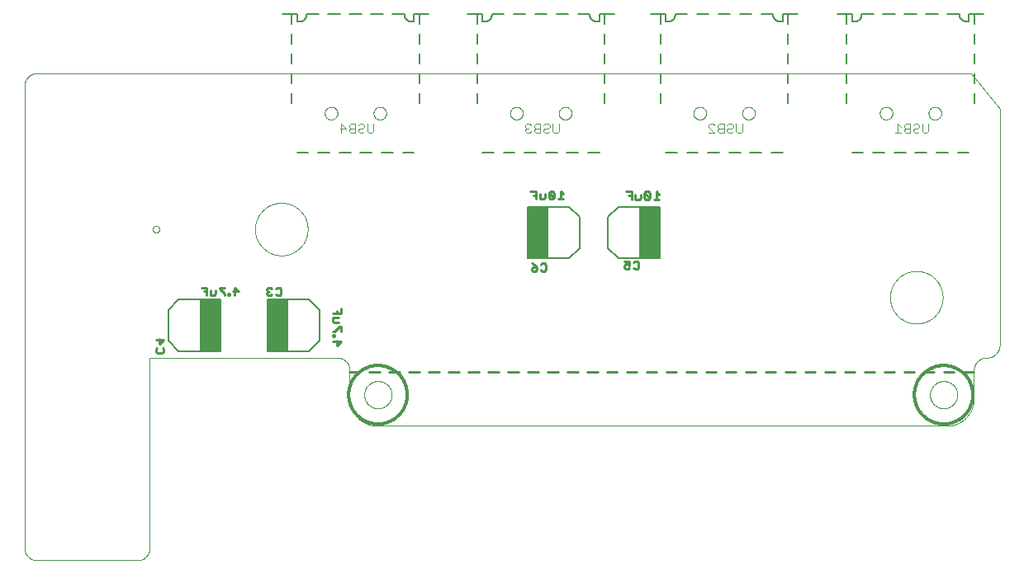
<source format=gbo>
G75*
%MOIN*%
%OFA0B0*%
%FSLAX25Y25*%
%IPPOS*%
%LPD*%
%AMOC8*
5,1,8,0,0,1.08239X$1,22.5*
%
%ADD10C,0.00000*%
%ADD11C,0.01000*%
%ADD12C,0.01200*%
%ADD13C,0.00500*%
%ADD14C,0.00900*%
%ADD15C,0.00300*%
D10*
X0009059Y0004256D02*
X0049643Y0004256D01*
X0049783Y0004258D01*
X0049923Y0004264D01*
X0050063Y0004274D01*
X0050203Y0004287D01*
X0050342Y0004305D01*
X0050481Y0004327D01*
X0050618Y0004352D01*
X0050756Y0004381D01*
X0050892Y0004414D01*
X0051027Y0004451D01*
X0051161Y0004492D01*
X0051294Y0004537D01*
X0051426Y0004585D01*
X0051556Y0004637D01*
X0051685Y0004692D01*
X0051812Y0004751D01*
X0051938Y0004814D01*
X0052062Y0004880D01*
X0052183Y0004949D01*
X0052303Y0005022D01*
X0052421Y0005099D01*
X0052536Y0005178D01*
X0052650Y0005261D01*
X0052760Y0005347D01*
X0052869Y0005436D01*
X0052975Y0005528D01*
X0053078Y0005623D01*
X0053179Y0005720D01*
X0053276Y0005821D01*
X0053371Y0005924D01*
X0053463Y0006030D01*
X0053552Y0006139D01*
X0053638Y0006249D01*
X0053721Y0006363D01*
X0053800Y0006478D01*
X0053877Y0006596D01*
X0053950Y0006716D01*
X0054019Y0006837D01*
X0054085Y0006961D01*
X0054148Y0007087D01*
X0054207Y0007214D01*
X0054262Y0007343D01*
X0054314Y0007473D01*
X0054362Y0007605D01*
X0054407Y0007738D01*
X0054448Y0007872D01*
X0054485Y0008007D01*
X0054518Y0008143D01*
X0054547Y0008281D01*
X0054572Y0008418D01*
X0054594Y0008557D01*
X0054612Y0008696D01*
X0054625Y0008836D01*
X0054635Y0008976D01*
X0054641Y0009116D01*
X0054643Y0009256D01*
X0054643Y0086146D01*
X0130358Y0086146D01*
X0130498Y0086144D01*
X0130638Y0086138D01*
X0130778Y0086128D01*
X0130918Y0086115D01*
X0131057Y0086097D01*
X0131196Y0086075D01*
X0131333Y0086050D01*
X0131471Y0086021D01*
X0131607Y0085988D01*
X0131742Y0085951D01*
X0131876Y0085910D01*
X0132009Y0085865D01*
X0132141Y0085817D01*
X0132271Y0085765D01*
X0132400Y0085710D01*
X0132527Y0085651D01*
X0132653Y0085588D01*
X0132777Y0085522D01*
X0132898Y0085453D01*
X0133018Y0085380D01*
X0133136Y0085303D01*
X0133251Y0085224D01*
X0133365Y0085141D01*
X0133475Y0085055D01*
X0133584Y0084966D01*
X0133690Y0084874D01*
X0133793Y0084779D01*
X0133894Y0084682D01*
X0133991Y0084581D01*
X0134086Y0084478D01*
X0134178Y0084372D01*
X0134267Y0084263D01*
X0134353Y0084153D01*
X0134436Y0084039D01*
X0134515Y0083924D01*
X0134592Y0083806D01*
X0134665Y0083686D01*
X0134734Y0083565D01*
X0134800Y0083441D01*
X0134863Y0083315D01*
X0134922Y0083188D01*
X0134977Y0083059D01*
X0135029Y0082929D01*
X0135077Y0082797D01*
X0135122Y0082664D01*
X0135163Y0082530D01*
X0135200Y0082395D01*
X0135233Y0082259D01*
X0135262Y0082121D01*
X0135287Y0081984D01*
X0135309Y0081845D01*
X0135327Y0081706D01*
X0135340Y0081566D01*
X0135350Y0081426D01*
X0135356Y0081286D01*
X0135358Y0081146D01*
X0135358Y0069217D01*
X0135359Y0069216D02*
X0135376Y0068945D01*
X0135400Y0068675D01*
X0135431Y0068405D01*
X0135468Y0068136D01*
X0135512Y0067868D01*
X0135562Y0067601D01*
X0135618Y0067336D01*
X0135681Y0067072D01*
X0135750Y0066809D01*
X0135826Y0066548D01*
X0135908Y0066289D01*
X0135996Y0066033D01*
X0136090Y0065778D01*
X0136191Y0065526D01*
X0136297Y0065276D01*
X0136410Y0065029D01*
X0136528Y0064785D01*
X0136652Y0064543D01*
X0136782Y0064305D01*
X0136918Y0064070D01*
X0137060Y0063838D01*
X0137207Y0063610D01*
X0137359Y0063385D01*
X0137517Y0063164D01*
X0137680Y0062947D01*
X0137849Y0062734D01*
X0138022Y0062525D01*
X0138200Y0062320D01*
X0138384Y0062120D01*
X0138572Y0061924D01*
X0138765Y0061733D01*
X0138962Y0061547D01*
X0139164Y0061365D01*
X0139370Y0061188D01*
X0139580Y0061017D01*
X0139795Y0060850D01*
X0140013Y0060689D01*
X0140236Y0060533D01*
X0140462Y0060382D01*
X0140691Y0060237D01*
X0140924Y0060098D01*
X0141160Y0059964D01*
X0141400Y0059836D01*
X0141642Y0059714D01*
X0141887Y0059597D01*
X0142136Y0059487D01*
X0142386Y0059383D01*
X0142639Y0059284D01*
X0142895Y0059192D01*
X0143152Y0059106D01*
X0143412Y0059027D01*
X0143673Y0058953D01*
X0143936Y0058886D01*
X0144201Y0058826D01*
X0144467Y0058771D01*
X0144734Y0058723D01*
X0145003Y0058682D01*
X0145272Y0058647D01*
X0145542Y0058619D01*
X0145813Y0058597D01*
X0146084Y0058582D01*
X0146355Y0058573D01*
X0146627Y0058571D01*
X0146898Y0058576D01*
X0147170Y0058587D01*
X0147169Y0058587D02*
X0375516Y0058587D01*
X0375515Y0058587D02*
X0375787Y0058576D01*
X0376058Y0058571D01*
X0376330Y0058573D01*
X0376601Y0058582D01*
X0376872Y0058597D01*
X0377143Y0058619D01*
X0377413Y0058647D01*
X0377682Y0058682D01*
X0377951Y0058723D01*
X0378218Y0058771D01*
X0378484Y0058826D01*
X0378749Y0058886D01*
X0379012Y0058953D01*
X0379273Y0059027D01*
X0379533Y0059106D01*
X0379790Y0059192D01*
X0380046Y0059284D01*
X0380299Y0059383D01*
X0380549Y0059487D01*
X0380798Y0059597D01*
X0381043Y0059714D01*
X0381285Y0059836D01*
X0381525Y0059964D01*
X0381761Y0060098D01*
X0381994Y0060237D01*
X0382223Y0060382D01*
X0382449Y0060533D01*
X0382672Y0060689D01*
X0382890Y0060850D01*
X0383105Y0061017D01*
X0383315Y0061188D01*
X0383521Y0061365D01*
X0383723Y0061547D01*
X0383920Y0061733D01*
X0384113Y0061924D01*
X0384301Y0062120D01*
X0384485Y0062320D01*
X0384663Y0062525D01*
X0384836Y0062734D01*
X0385005Y0062947D01*
X0385168Y0063164D01*
X0385326Y0063385D01*
X0385478Y0063610D01*
X0385625Y0063838D01*
X0385767Y0064070D01*
X0385903Y0064305D01*
X0386033Y0064543D01*
X0386157Y0064785D01*
X0386275Y0065029D01*
X0386388Y0065276D01*
X0386494Y0065526D01*
X0386595Y0065778D01*
X0386689Y0066033D01*
X0386777Y0066289D01*
X0386859Y0066548D01*
X0386935Y0066809D01*
X0387004Y0067072D01*
X0387067Y0067336D01*
X0387123Y0067601D01*
X0387173Y0067868D01*
X0387217Y0068136D01*
X0387254Y0068405D01*
X0387285Y0068675D01*
X0387309Y0068945D01*
X0387326Y0069216D01*
X0387327Y0069217D02*
X0387327Y0081146D01*
X0387329Y0081286D01*
X0387335Y0081426D01*
X0387345Y0081566D01*
X0387358Y0081706D01*
X0387376Y0081845D01*
X0387398Y0081984D01*
X0387423Y0082121D01*
X0387452Y0082259D01*
X0387485Y0082395D01*
X0387522Y0082530D01*
X0387563Y0082664D01*
X0387608Y0082797D01*
X0387656Y0082929D01*
X0387708Y0083059D01*
X0387763Y0083188D01*
X0387822Y0083315D01*
X0387885Y0083441D01*
X0387951Y0083565D01*
X0388020Y0083686D01*
X0388093Y0083806D01*
X0388170Y0083924D01*
X0388249Y0084039D01*
X0388332Y0084153D01*
X0388418Y0084263D01*
X0388507Y0084372D01*
X0388599Y0084478D01*
X0388694Y0084581D01*
X0388791Y0084682D01*
X0388892Y0084779D01*
X0388995Y0084874D01*
X0389101Y0084966D01*
X0389210Y0085055D01*
X0389320Y0085141D01*
X0389434Y0085224D01*
X0389549Y0085303D01*
X0389667Y0085380D01*
X0389787Y0085453D01*
X0389908Y0085522D01*
X0390032Y0085588D01*
X0390158Y0085651D01*
X0390285Y0085710D01*
X0390414Y0085765D01*
X0390544Y0085817D01*
X0390676Y0085865D01*
X0390809Y0085910D01*
X0390943Y0085951D01*
X0391078Y0085988D01*
X0391214Y0086021D01*
X0391352Y0086050D01*
X0391489Y0086075D01*
X0391628Y0086097D01*
X0391767Y0086115D01*
X0391907Y0086128D01*
X0392047Y0086138D01*
X0392187Y0086144D01*
X0392327Y0086146D01*
X0392471Y0086145D01*
X0392615Y0086148D01*
X0392759Y0086155D01*
X0392903Y0086167D01*
X0393047Y0086181D01*
X0393190Y0086200D01*
X0393332Y0086223D01*
X0393474Y0086249D01*
X0393615Y0086280D01*
X0393756Y0086314D01*
X0393895Y0086352D01*
X0394033Y0086393D01*
X0394170Y0086439D01*
X0394306Y0086488D01*
X0394440Y0086541D01*
X0394573Y0086597D01*
X0394704Y0086657D01*
X0394834Y0086720D01*
X0394962Y0086787D01*
X0395088Y0086858D01*
X0395212Y0086932D01*
X0395334Y0087009D01*
X0395453Y0087089D01*
X0395571Y0087173D01*
X0395686Y0087260D01*
X0395799Y0087349D01*
X0395910Y0087442D01*
X0396018Y0087538D01*
X0396123Y0087637D01*
X0396225Y0087738D01*
X0396325Y0087843D01*
X0396422Y0087950D01*
X0396516Y0088059D01*
X0396607Y0088171D01*
X0396695Y0088286D01*
X0396780Y0088402D01*
X0396861Y0088522D01*
X0396940Y0088643D01*
X0397015Y0088766D01*
X0397086Y0088891D01*
X0397155Y0089018D01*
X0397219Y0089147D01*
X0397281Y0089278D01*
X0397338Y0089410D01*
X0397392Y0089544D01*
X0397443Y0089679D01*
X0397490Y0089816D01*
X0397533Y0089954D01*
X0397572Y0090093D01*
X0397607Y0090232D01*
X0397639Y0090373D01*
X0397667Y0090515D01*
X0397691Y0090657D01*
X0397711Y0090800D01*
X0397728Y0090943D01*
X0397740Y0091087D01*
X0397748Y0091231D01*
X0397753Y0091376D01*
X0397753Y0091375D02*
X0397753Y0186736D01*
X0386146Y0201106D01*
X0009059Y0201106D01*
X0008919Y0201104D01*
X0008779Y0201098D01*
X0008639Y0201088D01*
X0008499Y0201075D01*
X0008360Y0201057D01*
X0008221Y0201035D01*
X0008084Y0201010D01*
X0007946Y0200981D01*
X0007810Y0200948D01*
X0007675Y0200911D01*
X0007541Y0200870D01*
X0007408Y0200825D01*
X0007276Y0200777D01*
X0007146Y0200725D01*
X0007017Y0200670D01*
X0006890Y0200611D01*
X0006764Y0200548D01*
X0006640Y0200482D01*
X0006519Y0200413D01*
X0006399Y0200340D01*
X0006281Y0200263D01*
X0006166Y0200184D01*
X0006052Y0200101D01*
X0005942Y0200015D01*
X0005833Y0199926D01*
X0005727Y0199834D01*
X0005624Y0199739D01*
X0005523Y0199642D01*
X0005426Y0199541D01*
X0005331Y0199438D01*
X0005239Y0199332D01*
X0005150Y0199223D01*
X0005064Y0199113D01*
X0004981Y0198999D01*
X0004902Y0198884D01*
X0004825Y0198766D01*
X0004752Y0198646D01*
X0004683Y0198525D01*
X0004617Y0198401D01*
X0004554Y0198275D01*
X0004495Y0198148D01*
X0004440Y0198019D01*
X0004388Y0197889D01*
X0004340Y0197757D01*
X0004295Y0197624D01*
X0004254Y0197490D01*
X0004217Y0197355D01*
X0004184Y0197219D01*
X0004155Y0197081D01*
X0004130Y0196944D01*
X0004108Y0196805D01*
X0004090Y0196666D01*
X0004077Y0196526D01*
X0004067Y0196386D01*
X0004061Y0196246D01*
X0004059Y0196106D01*
X0004059Y0009256D01*
X0004061Y0009116D01*
X0004067Y0008976D01*
X0004077Y0008836D01*
X0004090Y0008696D01*
X0004108Y0008557D01*
X0004130Y0008418D01*
X0004155Y0008281D01*
X0004184Y0008143D01*
X0004217Y0008007D01*
X0004254Y0007872D01*
X0004295Y0007738D01*
X0004340Y0007605D01*
X0004388Y0007473D01*
X0004440Y0007343D01*
X0004495Y0007214D01*
X0004554Y0007087D01*
X0004617Y0006961D01*
X0004683Y0006837D01*
X0004752Y0006716D01*
X0004825Y0006596D01*
X0004902Y0006478D01*
X0004981Y0006363D01*
X0005064Y0006249D01*
X0005150Y0006139D01*
X0005239Y0006030D01*
X0005331Y0005924D01*
X0005426Y0005821D01*
X0005523Y0005720D01*
X0005624Y0005623D01*
X0005727Y0005528D01*
X0005833Y0005436D01*
X0005942Y0005347D01*
X0006052Y0005261D01*
X0006166Y0005178D01*
X0006281Y0005099D01*
X0006399Y0005022D01*
X0006519Y0004949D01*
X0006640Y0004880D01*
X0006764Y0004814D01*
X0006890Y0004751D01*
X0007017Y0004692D01*
X0007146Y0004637D01*
X0007276Y0004585D01*
X0007408Y0004537D01*
X0007541Y0004492D01*
X0007675Y0004451D01*
X0007810Y0004414D01*
X0007946Y0004381D01*
X0008084Y0004352D01*
X0008221Y0004327D01*
X0008360Y0004305D01*
X0008499Y0004287D01*
X0008639Y0004274D01*
X0008779Y0004264D01*
X0008919Y0004258D01*
X0009059Y0004256D01*
X0141264Y0071185D02*
X0141266Y0071333D01*
X0141272Y0071481D01*
X0141282Y0071629D01*
X0141296Y0071776D01*
X0141314Y0071923D01*
X0141335Y0072069D01*
X0141361Y0072215D01*
X0141391Y0072360D01*
X0141424Y0072504D01*
X0141462Y0072647D01*
X0141503Y0072789D01*
X0141548Y0072930D01*
X0141596Y0073070D01*
X0141649Y0073209D01*
X0141705Y0073346D01*
X0141765Y0073481D01*
X0141828Y0073615D01*
X0141895Y0073747D01*
X0141966Y0073877D01*
X0142040Y0074005D01*
X0142117Y0074131D01*
X0142198Y0074255D01*
X0142282Y0074377D01*
X0142369Y0074496D01*
X0142460Y0074613D01*
X0142554Y0074728D01*
X0142650Y0074840D01*
X0142750Y0074950D01*
X0142852Y0075056D01*
X0142958Y0075160D01*
X0143066Y0075261D01*
X0143177Y0075359D01*
X0143290Y0075455D01*
X0143406Y0075547D01*
X0143524Y0075636D01*
X0143645Y0075721D01*
X0143768Y0075804D01*
X0143893Y0075883D01*
X0144020Y0075959D01*
X0144149Y0076031D01*
X0144280Y0076100D01*
X0144413Y0076165D01*
X0144548Y0076226D01*
X0144684Y0076284D01*
X0144821Y0076339D01*
X0144960Y0076389D01*
X0145101Y0076436D01*
X0145242Y0076479D01*
X0145385Y0076519D01*
X0145529Y0076554D01*
X0145673Y0076586D01*
X0145819Y0076613D01*
X0145965Y0076637D01*
X0146112Y0076657D01*
X0146259Y0076673D01*
X0146406Y0076685D01*
X0146554Y0076693D01*
X0146702Y0076697D01*
X0146850Y0076697D01*
X0146998Y0076693D01*
X0147146Y0076685D01*
X0147293Y0076673D01*
X0147440Y0076657D01*
X0147587Y0076637D01*
X0147733Y0076613D01*
X0147879Y0076586D01*
X0148023Y0076554D01*
X0148167Y0076519D01*
X0148310Y0076479D01*
X0148451Y0076436D01*
X0148592Y0076389D01*
X0148731Y0076339D01*
X0148868Y0076284D01*
X0149004Y0076226D01*
X0149139Y0076165D01*
X0149272Y0076100D01*
X0149403Y0076031D01*
X0149532Y0075959D01*
X0149659Y0075883D01*
X0149784Y0075804D01*
X0149907Y0075721D01*
X0150028Y0075636D01*
X0150146Y0075547D01*
X0150262Y0075455D01*
X0150375Y0075359D01*
X0150486Y0075261D01*
X0150594Y0075160D01*
X0150700Y0075056D01*
X0150802Y0074950D01*
X0150902Y0074840D01*
X0150998Y0074728D01*
X0151092Y0074613D01*
X0151183Y0074496D01*
X0151270Y0074377D01*
X0151354Y0074255D01*
X0151435Y0074131D01*
X0151512Y0074005D01*
X0151586Y0073877D01*
X0151657Y0073747D01*
X0151724Y0073615D01*
X0151787Y0073481D01*
X0151847Y0073346D01*
X0151903Y0073209D01*
X0151956Y0073070D01*
X0152004Y0072930D01*
X0152049Y0072789D01*
X0152090Y0072647D01*
X0152128Y0072504D01*
X0152161Y0072360D01*
X0152191Y0072215D01*
X0152217Y0072069D01*
X0152238Y0071923D01*
X0152256Y0071776D01*
X0152270Y0071629D01*
X0152280Y0071481D01*
X0152286Y0071333D01*
X0152288Y0071185D01*
X0152286Y0071037D01*
X0152280Y0070889D01*
X0152270Y0070741D01*
X0152256Y0070594D01*
X0152238Y0070447D01*
X0152217Y0070301D01*
X0152191Y0070155D01*
X0152161Y0070010D01*
X0152128Y0069866D01*
X0152090Y0069723D01*
X0152049Y0069581D01*
X0152004Y0069440D01*
X0151956Y0069300D01*
X0151903Y0069161D01*
X0151847Y0069024D01*
X0151787Y0068889D01*
X0151724Y0068755D01*
X0151657Y0068623D01*
X0151586Y0068493D01*
X0151512Y0068365D01*
X0151435Y0068239D01*
X0151354Y0068115D01*
X0151270Y0067993D01*
X0151183Y0067874D01*
X0151092Y0067757D01*
X0150998Y0067642D01*
X0150902Y0067530D01*
X0150802Y0067420D01*
X0150700Y0067314D01*
X0150594Y0067210D01*
X0150486Y0067109D01*
X0150375Y0067011D01*
X0150262Y0066915D01*
X0150146Y0066823D01*
X0150028Y0066734D01*
X0149907Y0066649D01*
X0149784Y0066566D01*
X0149659Y0066487D01*
X0149532Y0066411D01*
X0149403Y0066339D01*
X0149272Y0066270D01*
X0149139Y0066205D01*
X0149004Y0066144D01*
X0148868Y0066086D01*
X0148731Y0066031D01*
X0148592Y0065981D01*
X0148451Y0065934D01*
X0148310Y0065891D01*
X0148167Y0065851D01*
X0148023Y0065816D01*
X0147879Y0065784D01*
X0147733Y0065757D01*
X0147587Y0065733D01*
X0147440Y0065713D01*
X0147293Y0065697D01*
X0147146Y0065685D01*
X0146998Y0065677D01*
X0146850Y0065673D01*
X0146702Y0065673D01*
X0146554Y0065677D01*
X0146406Y0065685D01*
X0146259Y0065697D01*
X0146112Y0065713D01*
X0145965Y0065733D01*
X0145819Y0065757D01*
X0145673Y0065784D01*
X0145529Y0065816D01*
X0145385Y0065851D01*
X0145242Y0065891D01*
X0145101Y0065934D01*
X0144960Y0065981D01*
X0144821Y0066031D01*
X0144684Y0066086D01*
X0144548Y0066144D01*
X0144413Y0066205D01*
X0144280Y0066270D01*
X0144149Y0066339D01*
X0144020Y0066411D01*
X0143893Y0066487D01*
X0143768Y0066566D01*
X0143645Y0066649D01*
X0143524Y0066734D01*
X0143406Y0066823D01*
X0143290Y0066915D01*
X0143177Y0067011D01*
X0143066Y0067109D01*
X0142958Y0067210D01*
X0142852Y0067314D01*
X0142750Y0067420D01*
X0142650Y0067530D01*
X0142554Y0067642D01*
X0142460Y0067757D01*
X0142369Y0067874D01*
X0142282Y0067993D01*
X0142198Y0068115D01*
X0142117Y0068239D01*
X0142040Y0068365D01*
X0141966Y0068493D01*
X0141895Y0068623D01*
X0141828Y0068755D01*
X0141765Y0068889D01*
X0141705Y0069024D01*
X0141649Y0069161D01*
X0141596Y0069300D01*
X0141548Y0069440D01*
X0141503Y0069581D01*
X0141462Y0069723D01*
X0141424Y0069866D01*
X0141391Y0070010D01*
X0141361Y0070155D01*
X0141335Y0070301D01*
X0141314Y0070447D01*
X0141296Y0070594D01*
X0141282Y0070741D01*
X0141272Y0070889D01*
X0141266Y0071037D01*
X0141264Y0071185D01*
X0097169Y0138114D02*
X0097172Y0138375D01*
X0097182Y0138636D01*
X0097198Y0138896D01*
X0097220Y0139156D01*
X0097249Y0139415D01*
X0097284Y0139674D01*
X0097325Y0139931D01*
X0097373Y0140188D01*
X0097427Y0140443D01*
X0097488Y0140697D01*
X0097554Y0140949D01*
X0097627Y0141200D01*
X0097706Y0141448D01*
X0097790Y0141695D01*
X0097881Y0141940D01*
X0097978Y0142182D01*
X0098081Y0142422D01*
X0098190Y0142659D01*
X0098304Y0142893D01*
X0098424Y0143125D01*
X0098550Y0143354D01*
X0098681Y0143579D01*
X0098818Y0143801D01*
X0098960Y0144020D01*
X0099108Y0144235D01*
X0099261Y0144446D01*
X0099419Y0144654D01*
X0099582Y0144858D01*
X0099750Y0145057D01*
X0099923Y0145253D01*
X0100100Y0145444D01*
X0100282Y0145631D01*
X0100469Y0145813D01*
X0100660Y0145990D01*
X0100856Y0146163D01*
X0101055Y0146331D01*
X0101259Y0146494D01*
X0101467Y0146652D01*
X0101678Y0146805D01*
X0101893Y0146953D01*
X0102112Y0147095D01*
X0102334Y0147232D01*
X0102559Y0147363D01*
X0102788Y0147489D01*
X0103020Y0147609D01*
X0103254Y0147723D01*
X0103491Y0147832D01*
X0103731Y0147935D01*
X0103973Y0148032D01*
X0104218Y0148123D01*
X0104465Y0148207D01*
X0104713Y0148286D01*
X0104964Y0148359D01*
X0105216Y0148425D01*
X0105470Y0148486D01*
X0105725Y0148540D01*
X0105982Y0148588D01*
X0106239Y0148629D01*
X0106498Y0148664D01*
X0106757Y0148693D01*
X0107017Y0148715D01*
X0107277Y0148731D01*
X0107538Y0148741D01*
X0107799Y0148744D01*
X0108060Y0148741D01*
X0108321Y0148731D01*
X0108581Y0148715D01*
X0108841Y0148693D01*
X0109100Y0148664D01*
X0109359Y0148629D01*
X0109616Y0148588D01*
X0109873Y0148540D01*
X0110128Y0148486D01*
X0110382Y0148425D01*
X0110634Y0148359D01*
X0110885Y0148286D01*
X0111133Y0148207D01*
X0111380Y0148123D01*
X0111625Y0148032D01*
X0111867Y0147935D01*
X0112107Y0147832D01*
X0112344Y0147723D01*
X0112578Y0147609D01*
X0112810Y0147489D01*
X0113039Y0147363D01*
X0113264Y0147232D01*
X0113486Y0147095D01*
X0113705Y0146953D01*
X0113920Y0146805D01*
X0114131Y0146652D01*
X0114339Y0146494D01*
X0114543Y0146331D01*
X0114742Y0146163D01*
X0114938Y0145990D01*
X0115129Y0145813D01*
X0115316Y0145631D01*
X0115498Y0145444D01*
X0115675Y0145253D01*
X0115848Y0145057D01*
X0116016Y0144858D01*
X0116179Y0144654D01*
X0116337Y0144446D01*
X0116490Y0144235D01*
X0116638Y0144020D01*
X0116780Y0143801D01*
X0116917Y0143579D01*
X0117048Y0143354D01*
X0117174Y0143125D01*
X0117294Y0142893D01*
X0117408Y0142659D01*
X0117517Y0142422D01*
X0117620Y0142182D01*
X0117717Y0141940D01*
X0117808Y0141695D01*
X0117892Y0141448D01*
X0117971Y0141200D01*
X0118044Y0140949D01*
X0118110Y0140697D01*
X0118171Y0140443D01*
X0118225Y0140188D01*
X0118273Y0139931D01*
X0118314Y0139674D01*
X0118349Y0139415D01*
X0118378Y0139156D01*
X0118400Y0138896D01*
X0118416Y0138636D01*
X0118426Y0138375D01*
X0118429Y0138114D01*
X0118426Y0137853D01*
X0118416Y0137592D01*
X0118400Y0137332D01*
X0118378Y0137072D01*
X0118349Y0136813D01*
X0118314Y0136554D01*
X0118273Y0136297D01*
X0118225Y0136040D01*
X0118171Y0135785D01*
X0118110Y0135531D01*
X0118044Y0135279D01*
X0117971Y0135028D01*
X0117892Y0134780D01*
X0117808Y0134533D01*
X0117717Y0134288D01*
X0117620Y0134046D01*
X0117517Y0133806D01*
X0117408Y0133569D01*
X0117294Y0133335D01*
X0117174Y0133103D01*
X0117048Y0132874D01*
X0116917Y0132649D01*
X0116780Y0132427D01*
X0116638Y0132208D01*
X0116490Y0131993D01*
X0116337Y0131782D01*
X0116179Y0131574D01*
X0116016Y0131370D01*
X0115848Y0131171D01*
X0115675Y0130975D01*
X0115498Y0130784D01*
X0115316Y0130597D01*
X0115129Y0130415D01*
X0114938Y0130238D01*
X0114742Y0130065D01*
X0114543Y0129897D01*
X0114339Y0129734D01*
X0114131Y0129576D01*
X0113920Y0129423D01*
X0113705Y0129275D01*
X0113486Y0129133D01*
X0113264Y0128996D01*
X0113039Y0128865D01*
X0112810Y0128739D01*
X0112578Y0128619D01*
X0112344Y0128505D01*
X0112107Y0128396D01*
X0111867Y0128293D01*
X0111625Y0128196D01*
X0111380Y0128105D01*
X0111133Y0128021D01*
X0110885Y0127942D01*
X0110634Y0127869D01*
X0110382Y0127803D01*
X0110128Y0127742D01*
X0109873Y0127688D01*
X0109616Y0127640D01*
X0109359Y0127599D01*
X0109100Y0127564D01*
X0108841Y0127535D01*
X0108581Y0127513D01*
X0108321Y0127497D01*
X0108060Y0127487D01*
X0107799Y0127484D01*
X0107538Y0127487D01*
X0107277Y0127497D01*
X0107017Y0127513D01*
X0106757Y0127535D01*
X0106498Y0127564D01*
X0106239Y0127599D01*
X0105982Y0127640D01*
X0105725Y0127688D01*
X0105470Y0127742D01*
X0105216Y0127803D01*
X0104964Y0127869D01*
X0104713Y0127942D01*
X0104465Y0128021D01*
X0104218Y0128105D01*
X0103973Y0128196D01*
X0103731Y0128293D01*
X0103491Y0128396D01*
X0103254Y0128505D01*
X0103020Y0128619D01*
X0102788Y0128739D01*
X0102559Y0128865D01*
X0102334Y0128996D01*
X0102112Y0129133D01*
X0101893Y0129275D01*
X0101678Y0129423D01*
X0101467Y0129576D01*
X0101259Y0129734D01*
X0101055Y0129897D01*
X0100856Y0130065D01*
X0100660Y0130238D01*
X0100469Y0130415D01*
X0100282Y0130597D01*
X0100100Y0130784D01*
X0099923Y0130975D01*
X0099750Y0131171D01*
X0099582Y0131370D01*
X0099419Y0131574D01*
X0099261Y0131782D01*
X0099108Y0131993D01*
X0098960Y0132208D01*
X0098818Y0132427D01*
X0098681Y0132649D01*
X0098550Y0132874D01*
X0098424Y0133103D01*
X0098304Y0133335D01*
X0098190Y0133569D01*
X0098081Y0133806D01*
X0097978Y0134046D01*
X0097881Y0134288D01*
X0097790Y0134533D01*
X0097706Y0134780D01*
X0097627Y0135028D01*
X0097554Y0135279D01*
X0097488Y0135531D01*
X0097427Y0135785D01*
X0097373Y0136040D01*
X0097325Y0136297D01*
X0097284Y0136554D01*
X0097249Y0136813D01*
X0097220Y0137072D01*
X0097198Y0137332D01*
X0097182Y0137592D01*
X0097172Y0137853D01*
X0097169Y0138114D01*
X0055824Y0138114D02*
X0055826Y0138188D01*
X0055832Y0138262D01*
X0055842Y0138335D01*
X0055856Y0138408D01*
X0055873Y0138480D01*
X0055895Y0138550D01*
X0055920Y0138620D01*
X0055949Y0138688D01*
X0055982Y0138754D01*
X0056018Y0138819D01*
X0056058Y0138881D01*
X0056100Y0138942D01*
X0056146Y0139000D01*
X0056195Y0139055D01*
X0056247Y0139108D01*
X0056302Y0139158D01*
X0056359Y0139204D01*
X0056419Y0139248D01*
X0056481Y0139288D01*
X0056545Y0139325D01*
X0056611Y0139359D01*
X0056679Y0139389D01*
X0056748Y0139415D01*
X0056819Y0139438D01*
X0056890Y0139456D01*
X0056963Y0139471D01*
X0057036Y0139482D01*
X0057110Y0139489D01*
X0057184Y0139492D01*
X0057257Y0139491D01*
X0057331Y0139486D01*
X0057405Y0139477D01*
X0057478Y0139464D01*
X0057550Y0139447D01*
X0057621Y0139427D01*
X0057691Y0139402D01*
X0057759Y0139374D01*
X0057826Y0139343D01*
X0057891Y0139307D01*
X0057954Y0139269D01*
X0058015Y0139227D01*
X0058074Y0139181D01*
X0058130Y0139133D01*
X0058183Y0139082D01*
X0058233Y0139028D01*
X0058281Y0138971D01*
X0058325Y0138912D01*
X0058367Y0138850D01*
X0058405Y0138787D01*
X0058439Y0138721D01*
X0058470Y0138654D01*
X0058497Y0138585D01*
X0058520Y0138515D01*
X0058540Y0138444D01*
X0058556Y0138371D01*
X0058568Y0138298D01*
X0058576Y0138225D01*
X0058580Y0138151D01*
X0058580Y0138077D01*
X0058576Y0138003D01*
X0058568Y0137930D01*
X0058556Y0137857D01*
X0058540Y0137784D01*
X0058520Y0137713D01*
X0058497Y0137643D01*
X0058470Y0137574D01*
X0058439Y0137507D01*
X0058405Y0137441D01*
X0058367Y0137378D01*
X0058325Y0137316D01*
X0058281Y0137257D01*
X0058233Y0137200D01*
X0058183Y0137146D01*
X0058130Y0137095D01*
X0058074Y0137047D01*
X0058015Y0137001D01*
X0057954Y0136959D01*
X0057891Y0136921D01*
X0057826Y0136885D01*
X0057759Y0136854D01*
X0057691Y0136826D01*
X0057621Y0136801D01*
X0057550Y0136781D01*
X0057478Y0136764D01*
X0057405Y0136751D01*
X0057331Y0136742D01*
X0057257Y0136737D01*
X0057184Y0136736D01*
X0057110Y0136739D01*
X0057036Y0136746D01*
X0056963Y0136757D01*
X0056890Y0136772D01*
X0056819Y0136790D01*
X0056748Y0136813D01*
X0056679Y0136839D01*
X0056611Y0136869D01*
X0056545Y0136903D01*
X0056481Y0136940D01*
X0056419Y0136980D01*
X0056359Y0137024D01*
X0056302Y0137070D01*
X0056247Y0137120D01*
X0056195Y0137173D01*
X0056146Y0137228D01*
X0056100Y0137286D01*
X0056058Y0137347D01*
X0056018Y0137409D01*
X0055982Y0137474D01*
X0055949Y0137540D01*
X0055920Y0137608D01*
X0055895Y0137678D01*
X0055873Y0137748D01*
X0055856Y0137820D01*
X0055842Y0137893D01*
X0055832Y0137966D01*
X0055826Y0138040D01*
X0055824Y0138114D01*
X0125319Y0184965D02*
X0125321Y0185066D01*
X0125327Y0185167D01*
X0125337Y0185268D01*
X0125351Y0185368D01*
X0125369Y0185467D01*
X0125391Y0185566D01*
X0125416Y0185664D01*
X0125446Y0185761D01*
X0125479Y0185856D01*
X0125516Y0185950D01*
X0125557Y0186043D01*
X0125601Y0186134D01*
X0125649Y0186223D01*
X0125701Y0186310D01*
X0125756Y0186395D01*
X0125814Y0186477D01*
X0125875Y0186558D01*
X0125940Y0186636D01*
X0126007Y0186711D01*
X0126077Y0186783D01*
X0126151Y0186853D01*
X0126227Y0186920D01*
X0126305Y0186984D01*
X0126386Y0187044D01*
X0126469Y0187101D01*
X0126555Y0187155D01*
X0126643Y0187206D01*
X0126732Y0187253D01*
X0126823Y0187297D01*
X0126916Y0187336D01*
X0127011Y0187373D01*
X0127106Y0187405D01*
X0127203Y0187434D01*
X0127302Y0187458D01*
X0127400Y0187479D01*
X0127500Y0187496D01*
X0127600Y0187509D01*
X0127701Y0187518D01*
X0127802Y0187523D01*
X0127903Y0187524D01*
X0128004Y0187521D01*
X0128105Y0187514D01*
X0128206Y0187503D01*
X0128306Y0187488D01*
X0128405Y0187469D01*
X0128504Y0187446D01*
X0128601Y0187420D01*
X0128698Y0187389D01*
X0128793Y0187355D01*
X0128886Y0187317D01*
X0128979Y0187275D01*
X0129069Y0187230D01*
X0129158Y0187181D01*
X0129244Y0187129D01*
X0129328Y0187073D01*
X0129411Y0187014D01*
X0129490Y0186952D01*
X0129568Y0186887D01*
X0129642Y0186819D01*
X0129714Y0186747D01*
X0129783Y0186674D01*
X0129849Y0186597D01*
X0129912Y0186518D01*
X0129972Y0186436D01*
X0130028Y0186352D01*
X0130081Y0186266D01*
X0130131Y0186178D01*
X0130177Y0186088D01*
X0130220Y0185997D01*
X0130259Y0185903D01*
X0130294Y0185808D01*
X0130325Y0185712D01*
X0130353Y0185615D01*
X0130377Y0185517D01*
X0130397Y0185418D01*
X0130413Y0185318D01*
X0130425Y0185217D01*
X0130433Y0185117D01*
X0130437Y0185016D01*
X0130437Y0184914D01*
X0130433Y0184813D01*
X0130425Y0184713D01*
X0130413Y0184612D01*
X0130397Y0184512D01*
X0130377Y0184413D01*
X0130353Y0184315D01*
X0130325Y0184218D01*
X0130294Y0184122D01*
X0130259Y0184027D01*
X0130220Y0183933D01*
X0130177Y0183842D01*
X0130131Y0183752D01*
X0130081Y0183664D01*
X0130028Y0183578D01*
X0129972Y0183494D01*
X0129912Y0183412D01*
X0129849Y0183333D01*
X0129783Y0183256D01*
X0129714Y0183183D01*
X0129642Y0183111D01*
X0129568Y0183043D01*
X0129490Y0182978D01*
X0129411Y0182916D01*
X0129328Y0182857D01*
X0129244Y0182801D01*
X0129157Y0182749D01*
X0129069Y0182700D01*
X0128979Y0182655D01*
X0128886Y0182613D01*
X0128793Y0182575D01*
X0128698Y0182541D01*
X0128601Y0182510D01*
X0128504Y0182484D01*
X0128405Y0182461D01*
X0128306Y0182442D01*
X0128206Y0182427D01*
X0128105Y0182416D01*
X0128004Y0182409D01*
X0127903Y0182406D01*
X0127802Y0182407D01*
X0127701Y0182412D01*
X0127600Y0182421D01*
X0127500Y0182434D01*
X0127400Y0182451D01*
X0127302Y0182472D01*
X0127203Y0182496D01*
X0127106Y0182525D01*
X0127011Y0182557D01*
X0126916Y0182594D01*
X0126823Y0182633D01*
X0126732Y0182677D01*
X0126643Y0182724D01*
X0126555Y0182775D01*
X0126469Y0182829D01*
X0126386Y0182886D01*
X0126305Y0182946D01*
X0126227Y0183010D01*
X0126151Y0183077D01*
X0126077Y0183147D01*
X0126007Y0183219D01*
X0125940Y0183294D01*
X0125875Y0183372D01*
X0125814Y0183453D01*
X0125756Y0183535D01*
X0125701Y0183620D01*
X0125649Y0183707D01*
X0125601Y0183796D01*
X0125557Y0183887D01*
X0125516Y0183980D01*
X0125479Y0184074D01*
X0125446Y0184169D01*
X0125416Y0184266D01*
X0125391Y0184364D01*
X0125369Y0184463D01*
X0125351Y0184562D01*
X0125337Y0184662D01*
X0125327Y0184763D01*
X0125321Y0184864D01*
X0125319Y0184965D01*
X0145004Y0184965D02*
X0145006Y0185066D01*
X0145012Y0185167D01*
X0145022Y0185268D01*
X0145036Y0185368D01*
X0145054Y0185467D01*
X0145076Y0185566D01*
X0145101Y0185664D01*
X0145131Y0185761D01*
X0145164Y0185856D01*
X0145201Y0185950D01*
X0145242Y0186043D01*
X0145286Y0186134D01*
X0145334Y0186223D01*
X0145386Y0186310D01*
X0145441Y0186395D01*
X0145499Y0186477D01*
X0145560Y0186558D01*
X0145625Y0186636D01*
X0145692Y0186711D01*
X0145762Y0186783D01*
X0145836Y0186853D01*
X0145912Y0186920D01*
X0145990Y0186984D01*
X0146071Y0187044D01*
X0146154Y0187101D01*
X0146240Y0187155D01*
X0146328Y0187206D01*
X0146417Y0187253D01*
X0146508Y0187297D01*
X0146601Y0187336D01*
X0146696Y0187373D01*
X0146791Y0187405D01*
X0146888Y0187434D01*
X0146987Y0187458D01*
X0147085Y0187479D01*
X0147185Y0187496D01*
X0147285Y0187509D01*
X0147386Y0187518D01*
X0147487Y0187523D01*
X0147588Y0187524D01*
X0147689Y0187521D01*
X0147790Y0187514D01*
X0147891Y0187503D01*
X0147991Y0187488D01*
X0148090Y0187469D01*
X0148189Y0187446D01*
X0148286Y0187420D01*
X0148383Y0187389D01*
X0148478Y0187355D01*
X0148571Y0187317D01*
X0148664Y0187275D01*
X0148754Y0187230D01*
X0148843Y0187181D01*
X0148929Y0187129D01*
X0149013Y0187073D01*
X0149096Y0187014D01*
X0149175Y0186952D01*
X0149253Y0186887D01*
X0149327Y0186819D01*
X0149399Y0186747D01*
X0149468Y0186674D01*
X0149534Y0186597D01*
X0149597Y0186518D01*
X0149657Y0186436D01*
X0149713Y0186352D01*
X0149766Y0186266D01*
X0149816Y0186178D01*
X0149862Y0186088D01*
X0149905Y0185997D01*
X0149944Y0185903D01*
X0149979Y0185808D01*
X0150010Y0185712D01*
X0150038Y0185615D01*
X0150062Y0185517D01*
X0150082Y0185418D01*
X0150098Y0185318D01*
X0150110Y0185217D01*
X0150118Y0185117D01*
X0150122Y0185016D01*
X0150122Y0184914D01*
X0150118Y0184813D01*
X0150110Y0184713D01*
X0150098Y0184612D01*
X0150082Y0184512D01*
X0150062Y0184413D01*
X0150038Y0184315D01*
X0150010Y0184218D01*
X0149979Y0184122D01*
X0149944Y0184027D01*
X0149905Y0183933D01*
X0149862Y0183842D01*
X0149816Y0183752D01*
X0149766Y0183664D01*
X0149713Y0183578D01*
X0149657Y0183494D01*
X0149597Y0183412D01*
X0149534Y0183333D01*
X0149468Y0183256D01*
X0149399Y0183183D01*
X0149327Y0183111D01*
X0149253Y0183043D01*
X0149175Y0182978D01*
X0149096Y0182916D01*
X0149013Y0182857D01*
X0148929Y0182801D01*
X0148842Y0182749D01*
X0148754Y0182700D01*
X0148664Y0182655D01*
X0148571Y0182613D01*
X0148478Y0182575D01*
X0148383Y0182541D01*
X0148286Y0182510D01*
X0148189Y0182484D01*
X0148090Y0182461D01*
X0147991Y0182442D01*
X0147891Y0182427D01*
X0147790Y0182416D01*
X0147689Y0182409D01*
X0147588Y0182406D01*
X0147487Y0182407D01*
X0147386Y0182412D01*
X0147285Y0182421D01*
X0147185Y0182434D01*
X0147085Y0182451D01*
X0146987Y0182472D01*
X0146888Y0182496D01*
X0146791Y0182525D01*
X0146696Y0182557D01*
X0146601Y0182594D01*
X0146508Y0182633D01*
X0146417Y0182677D01*
X0146328Y0182724D01*
X0146240Y0182775D01*
X0146154Y0182829D01*
X0146071Y0182886D01*
X0145990Y0182946D01*
X0145912Y0183010D01*
X0145836Y0183077D01*
X0145762Y0183147D01*
X0145692Y0183219D01*
X0145625Y0183294D01*
X0145560Y0183372D01*
X0145499Y0183453D01*
X0145441Y0183535D01*
X0145386Y0183620D01*
X0145334Y0183707D01*
X0145286Y0183796D01*
X0145242Y0183887D01*
X0145201Y0183980D01*
X0145164Y0184074D01*
X0145131Y0184169D01*
X0145101Y0184266D01*
X0145076Y0184364D01*
X0145054Y0184463D01*
X0145036Y0184562D01*
X0145022Y0184662D01*
X0145012Y0184763D01*
X0145006Y0184864D01*
X0145004Y0184965D01*
X0200122Y0184965D02*
X0200124Y0185066D01*
X0200130Y0185167D01*
X0200140Y0185268D01*
X0200154Y0185368D01*
X0200172Y0185467D01*
X0200194Y0185566D01*
X0200219Y0185664D01*
X0200249Y0185761D01*
X0200282Y0185856D01*
X0200319Y0185950D01*
X0200360Y0186043D01*
X0200404Y0186134D01*
X0200452Y0186223D01*
X0200504Y0186310D01*
X0200559Y0186395D01*
X0200617Y0186477D01*
X0200678Y0186558D01*
X0200743Y0186636D01*
X0200810Y0186711D01*
X0200880Y0186783D01*
X0200954Y0186853D01*
X0201030Y0186920D01*
X0201108Y0186984D01*
X0201189Y0187044D01*
X0201272Y0187101D01*
X0201358Y0187155D01*
X0201446Y0187206D01*
X0201535Y0187253D01*
X0201626Y0187297D01*
X0201719Y0187336D01*
X0201814Y0187373D01*
X0201909Y0187405D01*
X0202006Y0187434D01*
X0202105Y0187458D01*
X0202203Y0187479D01*
X0202303Y0187496D01*
X0202403Y0187509D01*
X0202504Y0187518D01*
X0202605Y0187523D01*
X0202706Y0187524D01*
X0202807Y0187521D01*
X0202908Y0187514D01*
X0203009Y0187503D01*
X0203109Y0187488D01*
X0203208Y0187469D01*
X0203307Y0187446D01*
X0203404Y0187420D01*
X0203501Y0187389D01*
X0203596Y0187355D01*
X0203689Y0187317D01*
X0203782Y0187275D01*
X0203872Y0187230D01*
X0203961Y0187181D01*
X0204047Y0187129D01*
X0204131Y0187073D01*
X0204214Y0187014D01*
X0204293Y0186952D01*
X0204371Y0186887D01*
X0204445Y0186819D01*
X0204517Y0186747D01*
X0204586Y0186674D01*
X0204652Y0186597D01*
X0204715Y0186518D01*
X0204775Y0186436D01*
X0204831Y0186352D01*
X0204884Y0186266D01*
X0204934Y0186178D01*
X0204980Y0186088D01*
X0205023Y0185997D01*
X0205062Y0185903D01*
X0205097Y0185808D01*
X0205128Y0185712D01*
X0205156Y0185615D01*
X0205180Y0185517D01*
X0205200Y0185418D01*
X0205216Y0185318D01*
X0205228Y0185217D01*
X0205236Y0185117D01*
X0205240Y0185016D01*
X0205240Y0184914D01*
X0205236Y0184813D01*
X0205228Y0184713D01*
X0205216Y0184612D01*
X0205200Y0184512D01*
X0205180Y0184413D01*
X0205156Y0184315D01*
X0205128Y0184218D01*
X0205097Y0184122D01*
X0205062Y0184027D01*
X0205023Y0183933D01*
X0204980Y0183842D01*
X0204934Y0183752D01*
X0204884Y0183664D01*
X0204831Y0183578D01*
X0204775Y0183494D01*
X0204715Y0183412D01*
X0204652Y0183333D01*
X0204586Y0183256D01*
X0204517Y0183183D01*
X0204445Y0183111D01*
X0204371Y0183043D01*
X0204293Y0182978D01*
X0204214Y0182916D01*
X0204131Y0182857D01*
X0204047Y0182801D01*
X0203960Y0182749D01*
X0203872Y0182700D01*
X0203782Y0182655D01*
X0203689Y0182613D01*
X0203596Y0182575D01*
X0203501Y0182541D01*
X0203404Y0182510D01*
X0203307Y0182484D01*
X0203208Y0182461D01*
X0203109Y0182442D01*
X0203009Y0182427D01*
X0202908Y0182416D01*
X0202807Y0182409D01*
X0202706Y0182406D01*
X0202605Y0182407D01*
X0202504Y0182412D01*
X0202403Y0182421D01*
X0202303Y0182434D01*
X0202203Y0182451D01*
X0202105Y0182472D01*
X0202006Y0182496D01*
X0201909Y0182525D01*
X0201814Y0182557D01*
X0201719Y0182594D01*
X0201626Y0182633D01*
X0201535Y0182677D01*
X0201446Y0182724D01*
X0201358Y0182775D01*
X0201272Y0182829D01*
X0201189Y0182886D01*
X0201108Y0182946D01*
X0201030Y0183010D01*
X0200954Y0183077D01*
X0200880Y0183147D01*
X0200810Y0183219D01*
X0200743Y0183294D01*
X0200678Y0183372D01*
X0200617Y0183453D01*
X0200559Y0183535D01*
X0200504Y0183620D01*
X0200452Y0183707D01*
X0200404Y0183796D01*
X0200360Y0183887D01*
X0200319Y0183980D01*
X0200282Y0184074D01*
X0200249Y0184169D01*
X0200219Y0184266D01*
X0200194Y0184364D01*
X0200172Y0184463D01*
X0200154Y0184562D01*
X0200140Y0184662D01*
X0200130Y0184763D01*
X0200124Y0184864D01*
X0200122Y0184965D01*
X0219807Y0184965D02*
X0219809Y0185066D01*
X0219815Y0185167D01*
X0219825Y0185268D01*
X0219839Y0185368D01*
X0219857Y0185467D01*
X0219879Y0185566D01*
X0219904Y0185664D01*
X0219934Y0185761D01*
X0219967Y0185856D01*
X0220004Y0185950D01*
X0220045Y0186043D01*
X0220089Y0186134D01*
X0220137Y0186223D01*
X0220189Y0186310D01*
X0220244Y0186395D01*
X0220302Y0186477D01*
X0220363Y0186558D01*
X0220428Y0186636D01*
X0220495Y0186711D01*
X0220565Y0186783D01*
X0220639Y0186853D01*
X0220715Y0186920D01*
X0220793Y0186984D01*
X0220874Y0187044D01*
X0220957Y0187101D01*
X0221043Y0187155D01*
X0221131Y0187206D01*
X0221220Y0187253D01*
X0221311Y0187297D01*
X0221404Y0187336D01*
X0221499Y0187373D01*
X0221594Y0187405D01*
X0221691Y0187434D01*
X0221790Y0187458D01*
X0221888Y0187479D01*
X0221988Y0187496D01*
X0222088Y0187509D01*
X0222189Y0187518D01*
X0222290Y0187523D01*
X0222391Y0187524D01*
X0222492Y0187521D01*
X0222593Y0187514D01*
X0222694Y0187503D01*
X0222794Y0187488D01*
X0222893Y0187469D01*
X0222992Y0187446D01*
X0223089Y0187420D01*
X0223186Y0187389D01*
X0223281Y0187355D01*
X0223374Y0187317D01*
X0223467Y0187275D01*
X0223557Y0187230D01*
X0223646Y0187181D01*
X0223732Y0187129D01*
X0223816Y0187073D01*
X0223899Y0187014D01*
X0223978Y0186952D01*
X0224056Y0186887D01*
X0224130Y0186819D01*
X0224202Y0186747D01*
X0224271Y0186674D01*
X0224337Y0186597D01*
X0224400Y0186518D01*
X0224460Y0186436D01*
X0224516Y0186352D01*
X0224569Y0186266D01*
X0224619Y0186178D01*
X0224665Y0186088D01*
X0224708Y0185997D01*
X0224747Y0185903D01*
X0224782Y0185808D01*
X0224813Y0185712D01*
X0224841Y0185615D01*
X0224865Y0185517D01*
X0224885Y0185418D01*
X0224901Y0185318D01*
X0224913Y0185217D01*
X0224921Y0185117D01*
X0224925Y0185016D01*
X0224925Y0184914D01*
X0224921Y0184813D01*
X0224913Y0184713D01*
X0224901Y0184612D01*
X0224885Y0184512D01*
X0224865Y0184413D01*
X0224841Y0184315D01*
X0224813Y0184218D01*
X0224782Y0184122D01*
X0224747Y0184027D01*
X0224708Y0183933D01*
X0224665Y0183842D01*
X0224619Y0183752D01*
X0224569Y0183664D01*
X0224516Y0183578D01*
X0224460Y0183494D01*
X0224400Y0183412D01*
X0224337Y0183333D01*
X0224271Y0183256D01*
X0224202Y0183183D01*
X0224130Y0183111D01*
X0224056Y0183043D01*
X0223978Y0182978D01*
X0223899Y0182916D01*
X0223816Y0182857D01*
X0223732Y0182801D01*
X0223645Y0182749D01*
X0223557Y0182700D01*
X0223467Y0182655D01*
X0223374Y0182613D01*
X0223281Y0182575D01*
X0223186Y0182541D01*
X0223089Y0182510D01*
X0222992Y0182484D01*
X0222893Y0182461D01*
X0222794Y0182442D01*
X0222694Y0182427D01*
X0222593Y0182416D01*
X0222492Y0182409D01*
X0222391Y0182406D01*
X0222290Y0182407D01*
X0222189Y0182412D01*
X0222088Y0182421D01*
X0221988Y0182434D01*
X0221888Y0182451D01*
X0221790Y0182472D01*
X0221691Y0182496D01*
X0221594Y0182525D01*
X0221499Y0182557D01*
X0221404Y0182594D01*
X0221311Y0182633D01*
X0221220Y0182677D01*
X0221131Y0182724D01*
X0221043Y0182775D01*
X0220957Y0182829D01*
X0220874Y0182886D01*
X0220793Y0182946D01*
X0220715Y0183010D01*
X0220639Y0183077D01*
X0220565Y0183147D01*
X0220495Y0183219D01*
X0220428Y0183294D01*
X0220363Y0183372D01*
X0220302Y0183453D01*
X0220244Y0183535D01*
X0220189Y0183620D01*
X0220137Y0183707D01*
X0220089Y0183796D01*
X0220045Y0183887D01*
X0220004Y0183980D01*
X0219967Y0184074D01*
X0219934Y0184169D01*
X0219904Y0184266D01*
X0219879Y0184364D01*
X0219857Y0184463D01*
X0219839Y0184562D01*
X0219825Y0184662D01*
X0219815Y0184763D01*
X0219809Y0184864D01*
X0219807Y0184965D01*
X0274138Y0184965D02*
X0274140Y0185066D01*
X0274146Y0185167D01*
X0274156Y0185268D01*
X0274170Y0185368D01*
X0274188Y0185467D01*
X0274210Y0185566D01*
X0274235Y0185664D01*
X0274265Y0185761D01*
X0274298Y0185856D01*
X0274335Y0185950D01*
X0274376Y0186043D01*
X0274420Y0186134D01*
X0274468Y0186223D01*
X0274520Y0186310D01*
X0274575Y0186395D01*
X0274633Y0186477D01*
X0274694Y0186558D01*
X0274759Y0186636D01*
X0274826Y0186711D01*
X0274896Y0186783D01*
X0274970Y0186853D01*
X0275046Y0186920D01*
X0275124Y0186984D01*
X0275205Y0187044D01*
X0275288Y0187101D01*
X0275374Y0187155D01*
X0275462Y0187206D01*
X0275551Y0187253D01*
X0275642Y0187297D01*
X0275735Y0187336D01*
X0275830Y0187373D01*
X0275925Y0187405D01*
X0276022Y0187434D01*
X0276121Y0187458D01*
X0276219Y0187479D01*
X0276319Y0187496D01*
X0276419Y0187509D01*
X0276520Y0187518D01*
X0276621Y0187523D01*
X0276722Y0187524D01*
X0276823Y0187521D01*
X0276924Y0187514D01*
X0277025Y0187503D01*
X0277125Y0187488D01*
X0277224Y0187469D01*
X0277323Y0187446D01*
X0277420Y0187420D01*
X0277517Y0187389D01*
X0277612Y0187355D01*
X0277705Y0187317D01*
X0277798Y0187275D01*
X0277888Y0187230D01*
X0277977Y0187181D01*
X0278063Y0187129D01*
X0278147Y0187073D01*
X0278230Y0187014D01*
X0278309Y0186952D01*
X0278387Y0186887D01*
X0278461Y0186819D01*
X0278533Y0186747D01*
X0278602Y0186674D01*
X0278668Y0186597D01*
X0278731Y0186518D01*
X0278791Y0186436D01*
X0278847Y0186352D01*
X0278900Y0186266D01*
X0278950Y0186178D01*
X0278996Y0186088D01*
X0279039Y0185997D01*
X0279078Y0185903D01*
X0279113Y0185808D01*
X0279144Y0185712D01*
X0279172Y0185615D01*
X0279196Y0185517D01*
X0279216Y0185418D01*
X0279232Y0185318D01*
X0279244Y0185217D01*
X0279252Y0185117D01*
X0279256Y0185016D01*
X0279256Y0184914D01*
X0279252Y0184813D01*
X0279244Y0184713D01*
X0279232Y0184612D01*
X0279216Y0184512D01*
X0279196Y0184413D01*
X0279172Y0184315D01*
X0279144Y0184218D01*
X0279113Y0184122D01*
X0279078Y0184027D01*
X0279039Y0183933D01*
X0278996Y0183842D01*
X0278950Y0183752D01*
X0278900Y0183664D01*
X0278847Y0183578D01*
X0278791Y0183494D01*
X0278731Y0183412D01*
X0278668Y0183333D01*
X0278602Y0183256D01*
X0278533Y0183183D01*
X0278461Y0183111D01*
X0278387Y0183043D01*
X0278309Y0182978D01*
X0278230Y0182916D01*
X0278147Y0182857D01*
X0278063Y0182801D01*
X0277976Y0182749D01*
X0277888Y0182700D01*
X0277798Y0182655D01*
X0277705Y0182613D01*
X0277612Y0182575D01*
X0277517Y0182541D01*
X0277420Y0182510D01*
X0277323Y0182484D01*
X0277224Y0182461D01*
X0277125Y0182442D01*
X0277025Y0182427D01*
X0276924Y0182416D01*
X0276823Y0182409D01*
X0276722Y0182406D01*
X0276621Y0182407D01*
X0276520Y0182412D01*
X0276419Y0182421D01*
X0276319Y0182434D01*
X0276219Y0182451D01*
X0276121Y0182472D01*
X0276022Y0182496D01*
X0275925Y0182525D01*
X0275830Y0182557D01*
X0275735Y0182594D01*
X0275642Y0182633D01*
X0275551Y0182677D01*
X0275462Y0182724D01*
X0275374Y0182775D01*
X0275288Y0182829D01*
X0275205Y0182886D01*
X0275124Y0182946D01*
X0275046Y0183010D01*
X0274970Y0183077D01*
X0274896Y0183147D01*
X0274826Y0183219D01*
X0274759Y0183294D01*
X0274694Y0183372D01*
X0274633Y0183453D01*
X0274575Y0183535D01*
X0274520Y0183620D01*
X0274468Y0183707D01*
X0274420Y0183796D01*
X0274376Y0183887D01*
X0274335Y0183980D01*
X0274298Y0184074D01*
X0274265Y0184169D01*
X0274235Y0184266D01*
X0274210Y0184364D01*
X0274188Y0184463D01*
X0274170Y0184562D01*
X0274156Y0184662D01*
X0274146Y0184763D01*
X0274140Y0184864D01*
X0274138Y0184965D01*
X0293823Y0184965D02*
X0293825Y0185066D01*
X0293831Y0185167D01*
X0293841Y0185268D01*
X0293855Y0185368D01*
X0293873Y0185467D01*
X0293895Y0185566D01*
X0293920Y0185664D01*
X0293950Y0185761D01*
X0293983Y0185856D01*
X0294020Y0185950D01*
X0294061Y0186043D01*
X0294105Y0186134D01*
X0294153Y0186223D01*
X0294205Y0186310D01*
X0294260Y0186395D01*
X0294318Y0186477D01*
X0294379Y0186558D01*
X0294444Y0186636D01*
X0294511Y0186711D01*
X0294581Y0186783D01*
X0294655Y0186853D01*
X0294731Y0186920D01*
X0294809Y0186984D01*
X0294890Y0187044D01*
X0294973Y0187101D01*
X0295059Y0187155D01*
X0295147Y0187206D01*
X0295236Y0187253D01*
X0295327Y0187297D01*
X0295420Y0187336D01*
X0295515Y0187373D01*
X0295610Y0187405D01*
X0295707Y0187434D01*
X0295806Y0187458D01*
X0295904Y0187479D01*
X0296004Y0187496D01*
X0296104Y0187509D01*
X0296205Y0187518D01*
X0296306Y0187523D01*
X0296407Y0187524D01*
X0296508Y0187521D01*
X0296609Y0187514D01*
X0296710Y0187503D01*
X0296810Y0187488D01*
X0296909Y0187469D01*
X0297008Y0187446D01*
X0297105Y0187420D01*
X0297202Y0187389D01*
X0297297Y0187355D01*
X0297390Y0187317D01*
X0297483Y0187275D01*
X0297573Y0187230D01*
X0297662Y0187181D01*
X0297748Y0187129D01*
X0297832Y0187073D01*
X0297915Y0187014D01*
X0297994Y0186952D01*
X0298072Y0186887D01*
X0298146Y0186819D01*
X0298218Y0186747D01*
X0298287Y0186674D01*
X0298353Y0186597D01*
X0298416Y0186518D01*
X0298476Y0186436D01*
X0298532Y0186352D01*
X0298585Y0186266D01*
X0298635Y0186178D01*
X0298681Y0186088D01*
X0298724Y0185997D01*
X0298763Y0185903D01*
X0298798Y0185808D01*
X0298829Y0185712D01*
X0298857Y0185615D01*
X0298881Y0185517D01*
X0298901Y0185418D01*
X0298917Y0185318D01*
X0298929Y0185217D01*
X0298937Y0185117D01*
X0298941Y0185016D01*
X0298941Y0184914D01*
X0298937Y0184813D01*
X0298929Y0184713D01*
X0298917Y0184612D01*
X0298901Y0184512D01*
X0298881Y0184413D01*
X0298857Y0184315D01*
X0298829Y0184218D01*
X0298798Y0184122D01*
X0298763Y0184027D01*
X0298724Y0183933D01*
X0298681Y0183842D01*
X0298635Y0183752D01*
X0298585Y0183664D01*
X0298532Y0183578D01*
X0298476Y0183494D01*
X0298416Y0183412D01*
X0298353Y0183333D01*
X0298287Y0183256D01*
X0298218Y0183183D01*
X0298146Y0183111D01*
X0298072Y0183043D01*
X0297994Y0182978D01*
X0297915Y0182916D01*
X0297832Y0182857D01*
X0297748Y0182801D01*
X0297661Y0182749D01*
X0297573Y0182700D01*
X0297483Y0182655D01*
X0297390Y0182613D01*
X0297297Y0182575D01*
X0297202Y0182541D01*
X0297105Y0182510D01*
X0297008Y0182484D01*
X0296909Y0182461D01*
X0296810Y0182442D01*
X0296710Y0182427D01*
X0296609Y0182416D01*
X0296508Y0182409D01*
X0296407Y0182406D01*
X0296306Y0182407D01*
X0296205Y0182412D01*
X0296104Y0182421D01*
X0296004Y0182434D01*
X0295904Y0182451D01*
X0295806Y0182472D01*
X0295707Y0182496D01*
X0295610Y0182525D01*
X0295515Y0182557D01*
X0295420Y0182594D01*
X0295327Y0182633D01*
X0295236Y0182677D01*
X0295147Y0182724D01*
X0295059Y0182775D01*
X0294973Y0182829D01*
X0294890Y0182886D01*
X0294809Y0182946D01*
X0294731Y0183010D01*
X0294655Y0183077D01*
X0294581Y0183147D01*
X0294511Y0183219D01*
X0294444Y0183294D01*
X0294379Y0183372D01*
X0294318Y0183453D01*
X0294260Y0183535D01*
X0294205Y0183620D01*
X0294153Y0183707D01*
X0294105Y0183796D01*
X0294061Y0183887D01*
X0294020Y0183980D01*
X0293983Y0184074D01*
X0293950Y0184169D01*
X0293920Y0184266D01*
X0293895Y0184364D01*
X0293873Y0184463D01*
X0293855Y0184562D01*
X0293841Y0184662D01*
X0293831Y0184763D01*
X0293825Y0184864D01*
X0293823Y0184965D01*
X0349335Y0184965D02*
X0349337Y0185066D01*
X0349343Y0185167D01*
X0349353Y0185268D01*
X0349367Y0185368D01*
X0349385Y0185467D01*
X0349407Y0185566D01*
X0349432Y0185664D01*
X0349462Y0185761D01*
X0349495Y0185856D01*
X0349532Y0185950D01*
X0349573Y0186043D01*
X0349617Y0186134D01*
X0349665Y0186223D01*
X0349717Y0186310D01*
X0349772Y0186395D01*
X0349830Y0186477D01*
X0349891Y0186558D01*
X0349956Y0186636D01*
X0350023Y0186711D01*
X0350093Y0186783D01*
X0350167Y0186853D01*
X0350243Y0186920D01*
X0350321Y0186984D01*
X0350402Y0187044D01*
X0350485Y0187101D01*
X0350571Y0187155D01*
X0350659Y0187206D01*
X0350748Y0187253D01*
X0350839Y0187297D01*
X0350932Y0187336D01*
X0351027Y0187373D01*
X0351122Y0187405D01*
X0351219Y0187434D01*
X0351318Y0187458D01*
X0351416Y0187479D01*
X0351516Y0187496D01*
X0351616Y0187509D01*
X0351717Y0187518D01*
X0351818Y0187523D01*
X0351919Y0187524D01*
X0352020Y0187521D01*
X0352121Y0187514D01*
X0352222Y0187503D01*
X0352322Y0187488D01*
X0352421Y0187469D01*
X0352520Y0187446D01*
X0352617Y0187420D01*
X0352714Y0187389D01*
X0352809Y0187355D01*
X0352902Y0187317D01*
X0352995Y0187275D01*
X0353085Y0187230D01*
X0353174Y0187181D01*
X0353260Y0187129D01*
X0353344Y0187073D01*
X0353427Y0187014D01*
X0353506Y0186952D01*
X0353584Y0186887D01*
X0353658Y0186819D01*
X0353730Y0186747D01*
X0353799Y0186674D01*
X0353865Y0186597D01*
X0353928Y0186518D01*
X0353988Y0186436D01*
X0354044Y0186352D01*
X0354097Y0186266D01*
X0354147Y0186178D01*
X0354193Y0186088D01*
X0354236Y0185997D01*
X0354275Y0185903D01*
X0354310Y0185808D01*
X0354341Y0185712D01*
X0354369Y0185615D01*
X0354393Y0185517D01*
X0354413Y0185418D01*
X0354429Y0185318D01*
X0354441Y0185217D01*
X0354449Y0185117D01*
X0354453Y0185016D01*
X0354453Y0184914D01*
X0354449Y0184813D01*
X0354441Y0184713D01*
X0354429Y0184612D01*
X0354413Y0184512D01*
X0354393Y0184413D01*
X0354369Y0184315D01*
X0354341Y0184218D01*
X0354310Y0184122D01*
X0354275Y0184027D01*
X0354236Y0183933D01*
X0354193Y0183842D01*
X0354147Y0183752D01*
X0354097Y0183664D01*
X0354044Y0183578D01*
X0353988Y0183494D01*
X0353928Y0183412D01*
X0353865Y0183333D01*
X0353799Y0183256D01*
X0353730Y0183183D01*
X0353658Y0183111D01*
X0353584Y0183043D01*
X0353506Y0182978D01*
X0353427Y0182916D01*
X0353344Y0182857D01*
X0353260Y0182801D01*
X0353173Y0182749D01*
X0353085Y0182700D01*
X0352995Y0182655D01*
X0352902Y0182613D01*
X0352809Y0182575D01*
X0352714Y0182541D01*
X0352617Y0182510D01*
X0352520Y0182484D01*
X0352421Y0182461D01*
X0352322Y0182442D01*
X0352222Y0182427D01*
X0352121Y0182416D01*
X0352020Y0182409D01*
X0351919Y0182406D01*
X0351818Y0182407D01*
X0351717Y0182412D01*
X0351616Y0182421D01*
X0351516Y0182434D01*
X0351416Y0182451D01*
X0351318Y0182472D01*
X0351219Y0182496D01*
X0351122Y0182525D01*
X0351027Y0182557D01*
X0350932Y0182594D01*
X0350839Y0182633D01*
X0350748Y0182677D01*
X0350659Y0182724D01*
X0350571Y0182775D01*
X0350485Y0182829D01*
X0350402Y0182886D01*
X0350321Y0182946D01*
X0350243Y0183010D01*
X0350167Y0183077D01*
X0350093Y0183147D01*
X0350023Y0183219D01*
X0349956Y0183294D01*
X0349891Y0183372D01*
X0349830Y0183453D01*
X0349772Y0183535D01*
X0349717Y0183620D01*
X0349665Y0183707D01*
X0349617Y0183796D01*
X0349573Y0183887D01*
X0349532Y0183980D01*
X0349495Y0184074D01*
X0349462Y0184169D01*
X0349432Y0184266D01*
X0349407Y0184364D01*
X0349385Y0184463D01*
X0349367Y0184562D01*
X0349353Y0184662D01*
X0349343Y0184763D01*
X0349337Y0184864D01*
X0349335Y0184965D01*
X0369020Y0184965D02*
X0369022Y0185066D01*
X0369028Y0185167D01*
X0369038Y0185268D01*
X0369052Y0185368D01*
X0369070Y0185467D01*
X0369092Y0185566D01*
X0369117Y0185664D01*
X0369147Y0185761D01*
X0369180Y0185856D01*
X0369217Y0185950D01*
X0369258Y0186043D01*
X0369302Y0186134D01*
X0369350Y0186223D01*
X0369402Y0186310D01*
X0369457Y0186395D01*
X0369515Y0186477D01*
X0369576Y0186558D01*
X0369641Y0186636D01*
X0369708Y0186711D01*
X0369778Y0186783D01*
X0369852Y0186853D01*
X0369928Y0186920D01*
X0370006Y0186984D01*
X0370087Y0187044D01*
X0370170Y0187101D01*
X0370256Y0187155D01*
X0370344Y0187206D01*
X0370433Y0187253D01*
X0370524Y0187297D01*
X0370617Y0187336D01*
X0370712Y0187373D01*
X0370807Y0187405D01*
X0370904Y0187434D01*
X0371003Y0187458D01*
X0371101Y0187479D01*
X0371201Y0187496D01*
X0371301Y0187509D01*
X0371402Y0187518D01*
X0371503Y0187523D01*
X0371604Y0187524D01*
X0371705Y0187521D01*
X0371806Y0187514D01*
X0371907Y0187503D01*
X0372007Y0187488D01*
X0372106Y0187469D01*
X0372205Y0187446D01*
X0372302Y0187420D01*
X0372399Y0187389D01*
X0372494Y0187355D01*
X0372587Y0187317D01*
X0372680Y0187275D01*
X0372770Y0187230D01*
X0372859Y0187181D01*
X0372945Y0187129D01*
X0373029Y0187073D01*
X0373112Y0187014D01*
X0373191Y0186952D01*
X0373269Y0186887D01*
X0373343Y0186819D01*
X0373415Y0186747D01*
X0373484Y0186674D01*
X0373550Y0186597D01*
X0373613Y0186518D01*
X0373673Y0186436D01*
X0373729Y0186352D01*
X0373782Y0186266D01*
X0373832Y0186178D01*
X0373878Y0186088D01*
X0373921Y0185997D01*
X0373960Y0185903D01*
X0373995Y0185808D01*
X0374026Y0185712D01*
X0374054Y0185615D01*
X0374078Y0185517D01*
X0374098Y0185418D01*
X0374114Y0185318D01*
X0374126Y0185217D01*
X0374134Y0185117D01*
X0374138Y0185016D01*
X0374138Y0184914D01*
X0374134Y0184813D01*
X0374126Y0184713D01*
X0374114Y0184612D01*
X0374098Y0184512D01*
X0374078Y0184413D01*
X0374054Y0184315D01*
X0374026Y0184218D01*
X0373995Y0184122D01*
X0373960Y0184027D01*
X0373921Y0183933D01*
X0373878Y0183842D01*
X0373832Y0183752D01*
X0373782Y0183664D01*
X0373729Y0183578D01*
X0373673Y0183494D01*
X0373613Y0183412D01*
X0373550Y0183333D01*
X0373484Y0183256D01*
X0373415Y0183183D01*
X0373343Y0183111D01*
X0373269Y0183043D01*
X0373191Y0182978D01*
X0373112Y0182916D01*
X0373029Y0182857D01*
X0372945Y0182801D01*
X0372858Y0182749D01*
X0372770Y0182700D01*
X0372680Y0182655D01*
X0372587Y0182613D01*
X0372494Y0182575D01*
X0372399Y0182541D01*
X0372302Y0182510D01*
X0372205Y0182484D01*
X0372106Y0182461D01*
X0372007Y0182442D01*
X0371907Y0182427D01*
X0371806Y0182416D01*
X0371705Y0182409D01*
X0371604Y0182406D01*
X0371503Y0182407D01*
X0371402Y0182412D01*
X0371301Y0182421D01*
X0371201Y0182434D01*
X0371101Y0182451D01*
X0371003Y0182472D01*
X0370904Y0182496D01*
X0370807Y0182525D01*
X0370712Y0182557D01*
X0370617Y0182594D01*
X0370524Y0182633D01*
X0370433Y0182677D01*
X0370344Y0182724D01*
X0370256Y0182775D01*
X0370170Y0182829D01*
X0370087Y0182886D01*
X0370006Y0182946D01*
X0369928Y0183010D01*
X0369852Y0183077D01*
X0369778Y0183147D01*
X0369708Y0183219D01*
X0369641Y0183294D01*
X0369576Y0183372D01*
X0369515Y0183453D01*
X0369457Y0183535D01*
X0369402Y0183620D01*
X0369350Y0183707D01*
X0369302Y0183796D01*
X0369258Y0183887D01*
X0369217Y0183980D01*
X0369180Y0184074D01*
X0369147Y0184169D01*
X0369117Y0184266D01*
X0369092Y0184364D01*
X0369070Y0184463D01*
X0369052Y0184562D01*
X0369038Y0184662D01*
X0369028Y0184763D01*
X0369022Y0184864D01*
X0369020Y0184965D01*
X0353468Y0110555D02*
X0353471Y0110816D01*
X0353481Y0111077D01*
X0353497Y0111337D01*
X0353519Y0111597D01*
X0353548Y0111856D01*
X0353583Y0112115D01*
X0353624Y0112372D01*
X0353672Y0112629D01*
X0353726Y0112884D01*
X0353787Y0113138D01*
X0353853Y0113390D01*
X0353926Y0113641D01*
X0354005Y0113889D01*
X0354089Y0114136D01*
X0354180Y0114381D01*
X0354277Y0114623D01*
X0354380Y0114863D01*
X0354489Y0115100D01*
X0354603Y0115334D01*
X0354723Y0115566D01*
X0354849Y0115795D01*
X0354980Y0116020D01*
X0355117Y0116242D01*
X0355259Y0116461D01*
X0355407Y0116676D01*
X0355560Y0116887D01*
X0355718Y0117095D01*
X0355881Y0117299D01*
X0356049Y0117498D01*
X0356222Y0117694D01*
X0356399Y0117885D01*
X0356581Y0118072D01*
X0356768Y0118254D01*
X0356959Y0118431D01*
X0357155Y0118604D01*
X0357354Y0118772D01*
X0357558Y0118935D01*
X0357766Y0119093D01*
X0357977Y0119246D01*
X0358192Y0119394D01*
X0358411Y0119536D01*
X0358633Y0119673D01*
X0358858Y0119804D01*
X0359087Y0119930D01*
X0359319Y0120050D01*
X0359553Y0120164D01*
X0359790Y0120273D01*
X0360030Y0120376D01*
X0360272Y0120473D01*
X0360517Y0120564D01*
X0360764Y0120648D01*
X0361012Y0120727D01*
X0361263Y0120800D01*
X0361515Y0120866D01*
X0361769Y0120927D01*
X0362024Y0120981D01*
X0362281Y0121029D01*
X0362538Y0121070D01*
X0362797Y0121105D01*
X0363056Y0121134D01*
X0363316Y0121156D01*
X0363576Y0121172D01*
X0363837Y0121182D01*
X0364098Y0121185D01*
X0364359Y0121182D01*
X0364620Y0121172D01*
X0364880Y0121156D01*
X0365140Y0121134D01*
X0365399Y0121105D01*
X0365658Y0121070D01*
X0365915Y0121029D01*
X0366172Y0120981D01*
X0366427Y0120927D01*
X0366681Y0120866D01*
X0366933Y0120800D01*
X0367184Y0120727D01*
X0367432Y0120648D01*
X0367679Y0120564D01*
X0367924Y0120473D01*
X0368166Y0120376D01*
X0368406Y0120273D01*
X0368643Y0120164D01*
X0368877Y0120050D01*
X0369109Y0119930D01*
X0369338Y0119804D01*
X0369563Y0119673D01*
X0369785Y0119536D01*
X0370004Y0119394D01*
X0370219Y0119246D01*
X0370430Y0119093D01*
X0370638Y0118935D01*
X0370842Y0118772D01*
X0371041Y0118604D01*
X0371237Y0118431D01*
X0371428Y0118254D01*
X0371615Y0118072D01*
X0371797Y0117885D01*
X0371974Y0117694D01*
X0372147Y0117498D01*
X0372315Y0117299D01*
X0372478Y0117095D01*
X0372636Y0116887D01*
X0372789Y0116676D01*
X0372937Y0116461D01*
X0373079Y0116242D01*
X0373216Y0116020D01*
X0373347Y0115795D01*
X0373473Y0115566D01*
X0373593Y0115334D01*
X0373707Y0115100D01*
X0373816Y0114863D01*
X0373919Y0114623D01*
X0374016Y0114381D01*
X0374107Y0114136D01*
X0374191Y0113889D01*
X0374270Y0113641D01*
X0374343Y0113390D01*
X0374409Y0113138D01*
X0374470Y0112884D01*
X0374524Y0112629D01*
X0374572Y0112372D01*
X0374613Y0112115D01*
X0374648Y0111856D01*
X0374677Y0111597D01*
X0374699Y0111337D01*
X0374715Y0111077D01*
X0374725Y0110816D01*
X0374728Y0110555D01*
X0374725Y0110294D01*
X0374715Y0110033D01*
X0374699Y0109773D01*
X0374677Y0109513D01*
X0374648Y0109254D01*
X0374613Y0108995D01*
X0374572Y0108738D01*
X0374524Y0108481D01*
X0374470Y0108226D01*
X0374409Y0107972D01*
X0374343Y0107720D01*
X0374270Y0107469D01*
X0374191Y0107221D01*
X0374107Y0106974D01*
X0374016Y0106729D01*
X0373919Y0106487D01*
X0373816Y0106247D01*
X0373707Y0106010D01*
X0373593Y0105776D01*
X0373473Y0105544D01*
X0373347Y0105315D01*
X0373216Y0105090D01*
X0373079Y0104868D01*
X0372937Y0104649D01*
X0372789Y0104434D01*
X0372636Y0104223D01*
X0372478Y0104015D01*
X0372315Y0103811D01*
X0372147Y0103612D01*
X0371974Y0103416D01*
X0371797Y0103225D01*
X0371615Y0103038D01*
X0371428Y0102856D01*
X0371237Y0102679D01*
X0371041Y0102506D01*
X0370842Y0102338D01*
X0370638Y0102175D01*
X0370430Y0102017D01*
X0370219Y0101864D01*
X0370004Y0101716D01*
X0369785Y0101574D01*
X0369563Y0101437D01*
X0369338Y0101306D01*
X0369109Y0101180D01*
X0368877Y0101060D01*
X0368643Y0100946D01*
X0368406Y0100837D01*
X0368166Y0100734D01*
X0367924Y0100637D01*
X0367679Y0100546D01*
X0367432Y0100462D01*
X0367184Y0100383D01*
X0366933Y0100310D01*
X0366681Y0100244D01*
X0366427Y0100183D01*
X0366172Y0100129D01*
X0365915Y0100081D01*
X0365658Y0100040D01*
X0365399Y0100005D01*
X0365140Y0099976D01*
X0364880Y0099954D01*
X0364620Y0099938D01*
X0364359Y0099928D01*
X0364098Y0099925D01*
X0363837Y0099928D01*
X0363576Y0099938D01*
X0363316Y0099954D01*
X0363056Y0099976D01*
X0362797Y0100005D01*
X0362538Y0100040D01*
X0362281Y0100081D01*
X0362024Y0100129D01*
X0361769Y0100183D01*
X0361515Y0100244D01*
X0361263Y0100310D01*
X0361012Y0100383D01*
X0360764Y0100462D01*
X0360517Y0100546D01*
X0360272Y0100637D01*
X0360030Y0100734D01*
X0359790Y0100837D01*
X0359553Y0100946D01*
X0359319Y0101060D01*
X0359087Y0101180D01*
X0358858Y0101306D01*
X0358633Y0101437D01*
X0358411Y0101574D01*
X0358192Y0101716D01*
X0357977Y0101864D01*
X0357766Y0102017D01*
X0357558Y0102175D01*
X0357354Y0102338D01*
X0357155Y0102506D01*
X0356959Y0102679D01*
X0356768Y0102856D01*
X0356581Y0103038D01*
X0356399Y0103225D01*
X0356222Y0103416D01*
X0356049Y0103612D01*
X0355881Y0103811D01*
X0355718Y0104015D01*
X0355560Y0104223D01*
X0355407Y0104434D01*
X0355259Y0104649D01*
X0355117Y0104868D01*
X0354980Y0105090D01*
X0354849Y0105315D01*
X0354723Y0105544D01*
X0354603Y0105776D01*
X0354489Y0106010D01*
X0354380Y0106247D01*
X0354277Y0106487D01*
X0354180Y0106729D01*
X0354089Y0106974D01*
X0354005Y0107221D01*
X0353926Y0107469D01*
X0353853Y0107720D01*
X0353787Y0107972D01*
X0353726Y0108226D01*
X0353672Y0108481D01*
X0353624Y0108738D01*
X0353583Y0108995D01*
X0353548Y0109254D01*
X0353519Y0109513D01*
X0353497Y0109773D01*
X0353481Y0110033D01*
X0353471Y0110294D01*
X0353468Y0110555D01*
X0369610Y0071185D02*
X0369612Y0071333D01*
X0369618Y0071481D01*
X0369628Y0071629D01*
X0369642Y0071776D01*
X0369660Y0071923D01*
X0369681Y0072069D01*
X0369707Y0072215D01*
X0369737Y0072360D01*
X0369770Y0072504D01*
X0369808Y0072647D01*
X0369849Y0072789D01*
X0369894Y0072930D01*
X0369942Y0073070D01*
X0369995Y0073209D01*
X0370051Y0073346D01*
X0370111Y0073481D01*
X0370174Y0073615D01*
X0370241Y0073747D01*
X0370312Y0073877D01*
X0370386Y0074005D01*
X0370463Y0074131D01*
X0370544Y0074255D01*
X0370628Y0074377D01*
X0370715Y0074496D01*
X0370806Y0074613D01*
X0370900Y0074728D01*
X0370996Y0074840D01*
X0371096Y0074950D01*
X0371198Y0075056D01*
X0371304Y0075160D01*
X0371412Y0075261D01*
X0371523Y0075359D01*
X0371636Y0075455D01*
X0371752Y0075547D01*
X0371870Y0075636D01*
X0371991Y0075721D01*
X0372114Y0075804D01*
X0372239Y0075883D01*
X0372366Y0075959D01*
X0372495Y0076031D01*
X0372626Y0076100D01*
X0372759Y0076165D01*
X0372894Y0076226D01*
X0373030Y0076284D01*
X0373167Y0076339D01*
X0373306Y0076389D01*
X0373447Y0076436D01*
X0373588Y0076479D01*
X0373731Y0076519D01*
X0373875Y0076554D01*
X0374019Y0076586D01*
X0374165Y0076613D01*
X0374311Y0076637D01*
X0374458Y0076657D01*
X0374605Y0076673D01*
X0374752Y0076685D01*
X0374900Y0076693D01*
X0375048Y0076697D01*
X0375196Y0076697D01*
X0375344Y0076693D01*
X0375492Y0076685D01*
X0375639Y0076673D01*
X0375786Y0076657D01*
X0375933Y0076637D01*
X0376079Y0076613D01*
X0376225Y0076586D01*
X0376369Y0076554D01*
X0376513Y0076519D01*
X0376656Y0076479D01*
X0376797Y0076436D01*
X0376938Y0076389D01*
X0377077Y0076339D01*
X0377214Y0076284D01*
X0377350Y0076226D01*
X0377485Y0076165D01*
X0377618Y0076100D01*
X0377749Y0076031D01*
X0377878Y0075959D01*
X0378005Y0075883D01*
X0378130Y0075804D01*
X0378253Y0075721D01*
X0378374Y0075636D01*
X0378492Y0075547D01*
X0378608Y0075455D01*
X0378721Y0075359D01*
X0378832Y0075261D01*
X0378940Y0075160D01*
X0379046Y0075056D01*
X0379148Y0074950D01*
X0379248Y0074840D01*
X0379344Y0074728D01*
X0379438Y0074613D01*
X0379529Y0074496D01*
X0379616Y0074377D01*
X0379700Y0074255D01*
X0379781Y0074131D01*
X0379858Y0074005D01*
X0379932Y0073877D01*
X0380003Y0073747D01*
X0380070Y0073615D01*
X0380133Y0073481D01*
X0380193Y0073346D01*
X0380249Y0073209D01*
X0380302Y0073070D01*
X0380350Y0072930D01*
X0380395Y0072789D01*
X0380436Y0072647D01*
X0380474Y0072504D01*
X0380507Y0072360D01*
X0380537Y0072215D01*
X0380563Y0072069D01*
X0380584Y0071923D01*
X0380602Y0071776D01*
X0380616Y0071629D01*
X0380626Y0071481D01*
X0380632Y0071333D01*
X0380634Y0071185D01*
X0380632Y0071037D01*
X0380626Y0070889D01*
X0380616Y0070741D01*
X0380602Y0070594D01*
X0380584Y0070447D01*
X0380563Y0070301D01*
X0380537Y0070155D01*
X0380507Y0070010D01*
X0380474Y0069866D01*
X0380436Y0069723D01*
X0380395Y0069581D01*
X0380350Y0069440D01*
X0380302Y0069300D01*
X0380249Y0069161D01*
X0380193Y0069024D01*
X0380133Y0068889D01*
X0380070Y0068755D01*
X0380003Y0068623D01*
X0379932Y0068493D01*
X0379858Y0068365D01*
X0379781Y0068239D01*
X0379700Y0068115D01*
X0379616Y0067993D01*
X0379529Y0067874D01*
X0379438Y0067757D01*
X0379344Y0067642D01*
X0379248Y0067530D01*
X0379148Y0067420D01*
X0379046Y0067314D01*
X0378940Y0067210D01*
X0378832Y0067109D01*
X0378721Y0067011D01*
X0378608Y0066915D01*
X0378492Y0066823D01*
X0378374Y0066734D01*
X0378253Y0066649D01*
X0378130Y0066566D01*
X0378005Y0066487D01*
X0377878Y0066411D01*
X0377749Y0066339D01*
X0377618Y0066270D01*
X0377485Y0066205D01*
X0377350Y0066144D01*
X0377214Y0066086D01*
X0377077Y0066031D01*
X0376938Y0065981D01*
X0376797Y0065934D01*
X0376656Y0065891D01*
X0376513Y0065851D01*
X0376369Y0065816D01*
X0376225Y0065784D01*
X0376079Y0065757D01*
X0375933Y0065733D01*
X0375786Y0065713D01*
X0375639Y0065697D01*
X0375492Y0065685D01*
X0375344Y0065677D01*
X0375196Y0065673D01*
X0375048Y0065673D01*
X0374900Y0065677D01*
X0374752Y0065685D01*
X0374605Y0065697D01*
X0374458Y0065713D01*
X0374311Y0065733D01*
X0374165Y0065757D01*
X0374019Y0065784D01*
X0373875Y0065816D01*
X0373731Y0065851D01*
X0373588Y0065891D01*
X0373447Y0065934D01*
X0373306Y0065981D01*
X0373167Y0066031D01*
X0373030Y0066086D01*
X0372894Y0066144D01*
X0372759Y0066205D01*
X0372626Y0066270D01*
X0372495Y0066339D01*
X0372366Y0066411D01*
X0372239Y0066487D01*
X0372114Y0066566D01*
X0371991Y0066649D01*
X0371870Y0066734D01*
X0371752Y0066823D01*
X0371636Y0066915D01*
X0371523Y0067011D01*
X0371412Y0067109D01*
X0371304Y0067210D01*
X0371198Y0067314D01*
X0371096Y0067420D01*
X0370996Y0067530D01*
X0370900Y0067642D01*
X0370806Y0067757D01*
X0370715Y0067874D01*
X0370628Y0067993D01*
X0370544Y0068115D01*
X0370463Y0068239D01*
X0370386Y0068365D01*
X0370312Y0068493D01*
X0370241Y0068623D01*
X0370174Y0068755D01*
X0370111Y0068889D01*
X0370051Y0069024D01*
X0369995Y0069161D01*
X0369942Y0069300D01*
X0369894Y0069440D01*
X0369849Y0069581D01*
X0369808Y0069723D01*
X0369770Y0069866D01*
X0369737Y0070010D01*
X0369707Y0070155D01*
X0369681Y0070301D01*
X0369660Y0070447D01*
X0369642Y0070594D01*
X0369628Y0070741D01*
X0369618Y0070889D01*
X0369612Y0071037D01*
X0369610Y0071185D01*
D11*
X0371333Y0080240D02*
X0367273Y0080240D01*
X0363336Y0080240D02*
X0359276Y0080240D01*
X0355339Y0080240D02*
X0351279Y0080240D01*
X0347342Y0080240D02*
X0343281Y0080240D01*
X0339344Y0080240D02*
X0335284Y0080240D01*
X0331347Y0080240D02*
X0327287Y0080240D01*
X0323350Y0080240D02*
X0319290Y0080240D01*
X0315353Y0080240D02*
X0311293Y0080240D01*
X0307356Y0080240D02*
X0303296Y0080240D01*
X0299359Y0080240D02*
X0295299Y0080240D01*
X0291362Y0080240D02*
X0287302Y0080240D01*
X0283365Y0080240D02*
X0279305Y0080240D01*
X0275368Y0080240D02*
X0271308Y0080240D01*
X0267371Y0080240D02*
X0263311Y0080240D01*
X0259374Y0080240D02*
X0255314Y0080240D01*
X0251377Y0080240D02*
X0247317Y0080240D01*
X0243380Y0080240D02*
X0239320Y0080240D01*
X0235383Y0080240D02*
X0231323Y0080240D01*
X0227386Y0080240D02*
X0223326Y0080240D01*
X0219389Y0080240D02*
X0215329Y0080240D01*
X0211392Y0080240D02*
X0207332Y0080240D01*
X0203395Y0080240D02*
X0199335Y0080240D01*
X0195398Y0080240D02*
X0191338Y0080240D01*
X0187401Y0080240D02*
X0183341Y0080240D01*
X0179404Y0080240D02*
X0175344Y0080240D01*
X0171406Y0080240D02*
X0167346Y0080240D01*
X0163409Y0080240D02*
X0159349Y0080240D01*
X0155412Y0080240D02*
X0151352Y0080240D01*
X0147415Y0080240D02*
X0143355Y0080240D01*
X0139418Y0080240D02*
X0135358Y0080240D01*
X0375270Y0080240D02*
X0379330Y0080240D01*
X0383267Y0080240D02*
X0387327Y0080240D01*
D12*
X0363311Y0071185D02*
X0363315Y0071475D01*
X0363325Y0071765D01*
X0363343Y0072054D01*
X0363368Y0072343D01*
X0363400Y0072631D01*
X0363439Y0072918D01*
X0363485Y0073204D01*
X0363538Y0073489D01*
X0363598Y0073773D01*
X0363665Y0074055D01*
X0363739Y0074335D01*
X0363820Y0074614D01*
X0363907Y0074890D01*
X0364001Y0075164D01*
X0364102Y0075436D01*
X0364210Y0075705D01*
X0364324Y0075971D01*
X0364445Y0076235D01*
X0364572Y0076495D01*
X0364706Y0076753D01*
X0364845Y0077007D01*
X0364991Y0077257D01*
X0365143Y0077504D01*
X0365302Y0077747D01*
X0365466Y0077986D01*
X0365635Y0078221D01*
X0365811Y0078452D01*
X0365992Y0078678D01*
X0366179Y0078900D01*
X0366371Y0079117D01*
X0366568Y0079329D01*
X0366770Y0079537D01*
X0366978Y0079739D01*
X0367190Y0079936D01*
X0367407Y0080128D01*
X0367629Y0080315D01*
X0367855Y0080496D01*
X0368086Y0080672D01*
X0368321Y0080841D01*
X0368560Y0081005D01*
X0368803Y0081164D01*
X0369050Y0081316D01*
X0369300Y0081462D01*
X0369554Y0081601D01*
X0369812Y0081735D01*
X0370072Y0081862D01*
X0370336Y0081983D01*
X0370602Y0082097D01*
X0370871Y0082205D01*
X0371143Y0082306D01*
X0371417Y0082400D01*
X0371693Y0082487D01*
X0371972Y0082568D01*
X0372252Y0082642D01*
X0372534Y0082709D01*
X0372818Y0082769D01*
X0373103Y0082822D01*
X0373389Y0082868D01*
X0373676Y0082907D01*
X0373964Y0082939D01*
X0374253Y0082964D01*
X0374542Y0082982D01*
X0374832Y0082992D01*
X0375122Y0082996D01*
X0375412Y0082992D01*
X0375702Y0082982D01*
X0375991Y0082964D01*
X0376280Y0082939D01*
X0376568Y0082907D01*
X0376855Y0082868D01*
X0377141Y0082822D01*
X0377426Y0082769D01*
X0377710Y0082709D01*
X0377992Y0082642D01*
X0378272Y0082568D01*
X0378551Y0082487D01*
X0378827Y0082400D01*
X0379101Y0082306D01*
X0379373Y0082205D01*
X0379642Y0082097D01*
X0379908Y0081983D01*
X0380172Y0081862D01*
X0380432Y0081735D01*
X0380690Y0081601D01*
X0380944Y0081462D01*
X0381194Y0081316D01*
X0381441Y0081164D01*
X0381684Y0081005D01*
X0381923Y0080841D01*
X0382158Y0080672D01*
X0382389Y0080496D01*
X0382615Y0080315D01*
X0382837Y0080128D01*
X0383054Y0079936D01*
X0383266Y0079739D01*
X0383474Y0079537D01*
X0383676Y0079329D01*
X0383873Y0079117D01*
X0384065Y0078900D01*
X0384252Y0078678D01*
X0384433Y0078452D01*
X0384609Y0078221D01*
X0384778Y0077986D01*
X0384942Y0077747D01*
X0385101Y0077504D01*
X0385253Y0077257D01*
X0385399Y0077007D01*
X0385538Y0076753D01*
X0385672Y0076495D01*
X0385799Y0076235D01*
X0385920Y0075971D01*
X0386034Y0075705D01*
X0386142Y0075436D01*
X0386243Y0075164D01*
X0386337Y0074890D01*
X0386424Y0074614D01*
X0386505Y0074335D01*
X0386579Y0074055D01*
X0386646Y0073773D01*
X0386706Y0073489D01*
X0386759Y0073204D01*
X0386805Y0072918D01*
X0386844Y0072631D01*
X0386876Y0072343D01*
X0386901Y0072054D01*
X0386919Y0071765D01*
X0386929Y0071475D01*
X0386933Y0071185D01*
X0386929Y0070895D01*
X0386919Y0070605D01*
X0386901Y0070316D01*
X0386876Y0070027D01*
X0386844Y0069739D01*
X0386805Y0069452D01*
X0386759Y0069166D01*
X0386706Y0068881D01*
X0386646Y0068597D01*
X0386579Y0068315D01*
X0386505Y0068035D01*
X0386424Y0067756D01*
X0386337Y0067480D01*
X0386243Y0067206D01*
X0386142Y0066934D01*
X0386034Y0066665D01*
X0385920Y0066399D01*
X0385799Y0066135D01*
X0385672Y0065875D01*
X0385538Y0065617D01*
X0385399Y0065363D01*
X0385253Y0065113D01*
X0385101Y0064866D01*
X0384942Y0064623D01*
X0384778Y0064384D01*
X0384609Y0064149D01*
X0384433Y0063918D01*
X0384252Y0063692D01*
X0384065Y0063470D01*
X0383873Y0063253D01*
X0383676Y0063041D01*
X0383474Y0062833D01*
X0383266Y0062631D01*
X0383054Y0062434D01*
X0382837Y0062242D01*
X0382615Y0062055D01*
X0382389Y0061874D01*
X0382158Y0061698D01*
X0381923Y0061529D01*
X0381684Y0061365D01*
X0381441Y0061206D01*
X0381194Y0061054D01*
X0380944Y0060908D01*
X0380690Y0060769D01*
X0380432Y0060635D01*
X0380172Y0060508D01*
X0379908Y0060387D01*
X0379642Y0060273D01*
X0379373Y0060165D01*
X0379101Y0060064D01*
X0378827Y0059970D01*
X0378551Y0059883D01*
X0378272Y0059802D01*
X0377992Y0059728D01*
X0377710Y0059661D01*
X0377426Y0059601D01*
X0377141Y0059548D01*
X0376855Y0059502D01*
X0376568Y0059463D01*
X0376280Y0059431D01*
X0375991Y0059406D01*
X0375702Y0059388D01*
X0375412Y0059378D01*
X0375122Y0059374D01*
X0374832Y0059378D01*
X0374542Y0059388D01*
X0374253Y0059406D01*
X0373964Y0059431D01*
X0373676Y0059463D01*
X0373389Y0059502D01*
X0373103Y0059548D01*
X0372818Y0059601D01*
X0372534Y0059661D01*
X0372252Y0059728D01*
X0371972Y0059802D01*
X0371693Y0059883D01*
X0371417Y0059970D01*
X0371143Y0060064D01*
X0370871Y0060165D01*
X0370602Y0060273D01*
X0370336Y0060387D01*
X0370072Y0060508D01*
X0369812Y0060635D01*
X0369554Y0060769D01*
X0369300Y0060908D01*
X0369050Y0061054D01*
X0368803Y0061206D01*
X0368560Y0061365D01*
X0368321Y0061529D01*
X0368086Y0061698D01*
X0367855Y0061874D01*
X0367629Y0062055D01*
X0367407Y0062242D01*
X0367190Y0062434D01*
X0366978Y0062631D01*
X0366770Y0062833D01*
X0366568Y0063041D01*
X0366371Y0063253D01*
X0366179Y0063470D01*
X0365992Y0063692D01*
X0365811Y0063918D01*
X0365635Y0064149D01*
X0365466Y0064384D01*
X0365302Y0064623D01*
X0365143Y0064866D01*
X0364991Y0065113D01*
X0364845Y0065363D01*
X0364706Y0065617D01*
X0364572Y0065875D01*
X0364445Y0066135D01*
X0364324Y0066399D01*
X0364210Y0066665D01*
X0364102Y0066934D01*
X0364001Y0067206D01*
X0363907Y0067480D01*
X0363820Y0067756D01*
X0363739Y0068035D01*
X0363665Y0068315D01*
X0363598Y0068597D01*
X0363538Y0068881D01*
X0363485Y0069166D01*
X0363439Y0069452D01*
X0363400Y0069739D01*
X0363368Y0070027D01*
X0363343Y0070316D01*
X0363325Y0070605D01*
X0363315Y0070895D01*
X0363311Y0071185D01*
X0134965Y0071185D02*
X0134969Y0071475D01*
X0134979Y0071765D01*
X0134997Y0072054D01*
X0135022Y0072343D01*
X0135054Y0072631D01*
X0135093Y0072918D01*
X0135139Y0073204D01*
X0135192Y0073489D01*
X0135252Y0073773D01*
X0135319Y0074055D01*
X0135393Y0074335D01*
X0135474Y0074614D01*
X0135561Y0074890D01*
X0135655Y0075164D01*
X0135756Y0075436D01*
X0135864Y0075705D01*
X0135978Y0075971D01*
X0136099Y0076235D01*
X0136226Y0076495D01*
X0136360Y0076753D01*
X0136499Y0077007D01*
X0136645Y0077257D01*
X0136797Y0077504D01*
X0136956Y0077747D01*
X0137120Y0077986D01*
X0137289Y0078221D01*
X0137465Y0078452D01*
X0137646Y0078678D01*
X0137833Y0078900D01*
X0138025Y0079117D01*
X0138222Y0079329D01*
X0138424Y0079537D01*
X0138632Y0079739D01*
X0138844Y0079936D01*
X0139061Y0080128D01*
X0139283Y0080315D01*
X0139509Y0080496D01*
X0139740Y0080672D01*
X0139975Y0080841D01*
X0140214Y0081005D01*
X0140457Y0081164D01*
X0140704Y0081316D01*
X0140954Y0081462D01*
X0141208Y0081601D01*
X0141466Y0081735D01*
X0141726Y0081862D01*
X0141990Y0081983D01*
X0142256Y0082097D01*
X0142525Y0082205D01*
X0142797Y0082306D01*
X0143071Y0082400D01*
X0143347Y0082487D01*
X0143626Y0082568D01*
X0143906Y0082642D01*
X0144188Y0082709D01*
X0144472Y0082769D01*
X0144757Y0082822D01*
X0145043Y0082868D01*
X0145330Y0082907D01*
X0145618Y0082939D01*
X0145907Y0082964D01*
X0146196Y0082982D01*
X0146486Y0082992D01*
X0146776Y0082996D01*
X0147066Y0082992D01*
X0147356Y0082982D01*
X0147645Y0082964D01*
X0147934Y0082939D01*
X0148222Y0082907D01*
X0148509Y0082868D01*
X0148795Y0082822D01*
X0149080Y0082769D01*
X0149364Y0082709D01*
X0149646Y0082642D01*
X0149926Y0082568D01*
X0150205Y0082487D01*
X0150481Y0082400D01*
X0150755Y0082306D01*
X0151027Y0082205D01*
X0151296Y0082097D01*
X0151562Y0081983D01*
X0151826Y0081862D01*
X0152086Y0081735D01*
X0152344Y0081601D01*
X0152598Y0081462D01*
X0152848Y0081316D01*
X0153095Y0081164D01*
X0153338Y0081005D01*
X0153577Y0080841D01*
X0153812Y0080672D01*
X0154043Y0080496D01*
X0154269Y0080315D01*
X0154491Y0080128D01*
X0154708Y0079936D01*
X0154920Y0079739D01*
X0155128Y0079537D01*
X0155330Y0079329D01*
X0155527Y0079117D01*
X0155719Y0078900D01*
X0155906Y0078678D01*
X0156087Y0078452D01*
X0156263Y0078221D01*
X0156432Y0077986D01*
X0156596Y0077747D01*
X0156755Y0077504D01*
X0156907Y0077257D01*
X0157053Y0077007D01*
X0157192Y0076753D01*
X0157326Y0076495D01*
X0157453Y0076235D01*
X0157574Y0075971D01*
X0157688Y0075705D01*
X0157796Y0075436D01*
X0157897Y0075164D01*
X0157991Y0074890D01*
X0158078Y0074614D01*
X0158159Y0074335D01*
X0158233Y0074055D01*
X0158300Y0073773D01*
X0158360Y0073489D01*
X0158413Y0073204D01*
X0158459Y0072918D01*
X0158498Y0072631D01*
X0158530Y0072343D01*
X0158555Y0072054D01*
X0158573Y0071765D01*
X0158583Y0071475D01*
X0158587Y0071185D01*
X0158583Y0070895D01*
X0158573Y0070605D01*
X0158555Y0070316D01*
X0158530Y0070027D01*
X0158498Y0069739D01*
X0158459Y0069452D01*
X0158413Y0069166D01*
X0158360Y0068881D01*
X0158300Y0068597D01*
X0158233Y0068315D01*
X0158159Y0068035D01*
X0158078Y0067756D01*
X0157991Y0067480D01*
X0157897Y0067206D01*
X0157796Y0066934D01*
X0157688Y0066665D01*
X0157574Y0066399D01*
X0157453Y0066135D01*
X0157326Y0065875D01*
X0157192Y0065617D01*
X0157053Y0065363D01*
X0156907Y0065113D01*
X0156755Y0064866D01*
X0156596Y0064623D01*
X0156432Y0064384D01*
X0156263Y0064149D01*
X0156087Y0063918D01*
X0155906Y0063692D01*
X0155719Y0063470D01*
X0155527Y0063253D01*
X0155330Y0063041D01*
X0155128Y0062833D01*
X0154920Y0062631D01*
X0154708Y0062434D01*
X0154491Y0062242D01*
X0154269Y0062055D01*
X0154043Y0061874D01*
X0153812Y0061698D01*
X0153577Y0061529D01*
X0153338Y0061365D01*
X0153095Y0061206D01*
X0152848Y0061054D01*
X0152598Y0060908D01*
X0152344Y0060769D01*
X0152086Y0060635D01*
X0151826Y0060508D01*
X0151562Y0060387D01*
X0151296Y0060273D01*
X0151027Y0060165D01*
X0150755Y0060064D01*
X0150481Y0059970D01*
X0150205Y0059883D01*
X0149926Y0059802D01*
X0149646Y0059728D01*
X0149364Y0059661D01*
X0149080Y0059601D01*
X0148795Y0059548D01*
X0148509Y0059502D01*
X0148222Y0059463D01*
X0147934Y0059431D01*
X0147645Y0059406D01*
X0147356Y0059388D01*
X0147066Y0059378D01*
X0146776Y0059374D01*
X0146486Y0059378D01*
X0146196Y0059388D01*
X0145907Y0059406D01*
X0145618Y0059431D01*
X0145330Y0059463D01*
X0145043Y0059502D01*
X0144757Y0059548D01*
X0144472Y0059601D01*
X0144188Y0059661D01*
X0143906Y0059728D01*
X0143626Y0059802D01*
X0143347Y0059883D01*
X0143071Y0059970D01*
X0142797Y0060064D01*
X0142525Y0060165D01*
X0142256Y0060273D01*
X0141990Y0060387D01*
X0141726Y0060508D01*
X0141466Y0060635D01*
X0141208Y0060769D01*
X0140954Y0060908D01*
X0140704Y0061054D01*
X0140457Y0061206D01*
X0140214Y0061365D01*
X0139975Y0061529D01*
X0139740Y0061698D01*
X0139509Y0061874D01*
X0139283Y0062055D01*
X0139061Y0062242D01*
X0138844Y0062434D01*
X0138632Y0062631D01*
X0138424Y0062833D01*
X0138222Y0063041D01*
X0138025Y0063253D01*
X0137833Y0063470D01*
X0137646Y0063692D01*
X0137465Y0063918D01*
X0137289Y0064149D01*
X0137120Y0064384D01*
X0136956Y0064623D01*
X0136797Y0064866D01*
X0136645Y0065113D01*
X0136499Y0065363D01*
X0136360Y0065617D01*
X0136226Y0065875D01*
X0136099Y0066135D01*
X0135978Y0066399D01*
X0135864Y0066665D01*
X0135756Y0066934D01*
X0135655Y0067206D01*
X0135561Y0067480D01*
X0135474Y0067756D01*
X0135393Y0068035D01*
X0135319Y0068315D01*
X0135252Y0068597D01*
X0135192Y0068881D01*
X0135139Y0069166D01*
X0135093Y0069452D01*
X0135054Y0069739D01*
X0135022Y0070027D01*
X0134997Y0070316D01*
X0134979Y0070605D01*
X0134969Y0070895D01*
X0134965Y0071185D01*
D13*
X0118920Y0088823D02*
X0102202Y0088823D01*
X0110135Y0088823D01*
X0110135Y0109689D01*
X0102202Y0109689D01*
X0102202Y0088823D01*
X0102202Y0109689D01*
X0118920Y0109689D01*
X0123068Y0105541D01*
X0123068Y0092971D01*
X0118920Y0088823D01*
X0110135Y0089003D02*
X0102202Y0089003D01*
X0102202Y0089501D02*
X0110135Y0089501D01*
X0110135Y0090000D02*
X0102202Y0090000D01*
X0102202Y0090498D02*
X0110135Y0090498D01*
X0110135Y0090997D02*
X0102202Y0090997D01*
X0102202Y0091495D02*
X0110135Y0091495D01*
X0110135Y0091994D02*
X0102202Y0091994D01*
X0102202Y0092492D02*
X0110135Y0092492D01*
X0110135Y0092991D02*
X0102202Y0092991D01*
X0102202Y0093489D02*
X0110135Y0093489D01*
X0110135Y0093988D02*
X0102202Y0093988D01*
X0102202Y0094486D02*
X0110135Y0094486D01*
X0110135Y0094985D02*
X0102202Y0094985D01*
X0102202Y0095483D02*
X0110135Y0095483D01*
X0110135Y0095982D02*
X0102202Y0095982D01*
X0102202Y0096480D02*
X0110135Y0096480D01*
X0110135Y0096979D02*
X0102202Y0096979D01*
X0102202Y0097478D02*
X0110135Y0097478D01*
X0110135Y0097976D02*
X0102202Y0097976D01*
X0102202Y0098475D02*
X0110135Y0098475D01*
X0110135Y0098973D02*
X0102202Y0098973D01*
X0102202Y0099472D02*
X0110135Y0099472D01*
X0110135Y0099970D02*
X0102202Y0099970D01*
X0102202Y0100469D02*
X0110135Y0100469D01*
X0110135Y0100967D02*
X0102202Y0100967D01*
X0102202Y0101466D02*
X0110135Y0101466D01*
X0110135Y0101964D02*
X0102202Y0101964D01*
X0102202Y0102463D02*
X0110135Y0102463D01*
X0110135Y0102961D02*
X0102202Y0102961D01*
X0102202Y0103460D02*
X0110135Y0103460D01*
X0110135Y0103958D02*
X0102202Y0103958D01*
X0102202Y0104457D02*
X0110135Y0104457D01*
X0110135Y0104955D02*
X0102202Y0104955D01*
X0102202Y0105454D02*
X0110135Y0105454D01*
X0110135Y0105952D02*
X0102202Y0105952D01*
X0102202Y0106451D02*
X0110135Y0106451D01*
X0110135Y0106949D02*
X0102202Y0106949D01*
X0102202Y0107448D02*
X0110135Y0107448D01*
X0110135Y0107946D02*
X0102202Y0107946D01*
X0102202Y0108445D02*
X0110135Y0108445D01*
X0110135Y0108943D02*
X0102202Y0108943D01*
X0102202Y0109442D02*
X0110135Y0109442D01*
X0083068Y0109442D02*
X0075135Y0109442D01*
X0075135Y0109689D02*
X0075135Y0088823D01*
X0083068Y0088823D01*
X0083068Y0109689D01*
X0075135Y0109689D01*
X0075135Y0108943D02*
X0083068Y0108943D01*
X0083068Y0108445D02*
X0075135Y0108445D01*
X0075135Y0107946D02*
X0083068Y0107946D01*
X0083068Y0107448D02*
X0075135Y0107448D01*
X0075135Y0106949D02*
X0083068Y0106949D01*
X0083068Y0106451D02*
X0075135Y0106451D01*
X0075135Y0105952D02*
X0083068Y0105952D01*
X0083068Y0105454D02*
X0075135Y0105454D01*
X0075135Y0104955D02*
X0083068Y0104955D01*
X0083068Y0104457D02*
X0075135Y0104457D01*
X0075135Y0103958D02*
X0083068Y0103958D01*
X0083068Y0103460D02*
X0075135Y0103460D01*
X0075135Y0102961D02*
X0083068Y0102961D01*
X0083068Y0102463D02*
X0075135Y0102463D01*
X0075135Y0101964D02*
X0083068Y0101964D01*
X0083068Y0101466D02*
X0075135Y0101466D01*
X0075135Y0100967D02*
X0083068Y0100967D01*
X0083068Y0100469D02*
X0075135Y0100469D01*
X0075135Y0099970D02*
X0083068Y0099970D01*
X0083068Y0099472D02*
X0075135Y0099472D01*
X0075135Y0098973D02*
X0083068Y0098973D01*
X0083068Y0098475D02*
X0075135Y0098475D01*
X0075135Y0097976D02*
X0083068Y0097976D01*
X0083068Y0097478D02*
X0075135Y0097478D01*
X0075135Y0096979D02*
X0083068Y0096979D01*
X0083068Y0096480D02*
X0075135Y0096480D01*
X0075135Y0095982D02*
X0083068Y0095982D01*
X0083068Y0095483D02*
X0075135Y0095483D01*
X0075135Y0094985D02*
X0083068Y0094985D01*
X0083068Y0094486D02*
X0075135Y0094486D01*
X0075135Y0093988D02*
X0083068Y0093988D01*
X0083068Y0093489D02*
X0075135Y0093489D01*
X0075135Y0092991D02*
X0083068Y0092991D01*
X0083068Y0092492D02*
X0075135Y0092492D01*
X0075135Y0091994D02*
X0083068Y0091994D01*
X0083068Y0091495D02*
X0075135Y0091495D01*
X0075135Y0090997D02*
X0083068Y0090997D01*
X0083068Y0090498D02*
X0075135Y0090498D01*
X0075135Y0090000D02*
X0083068Y0090000D01*
X0083068Y0089501D02*
X0075135Y0089501D01*
X0075135Y0089003D02*
X0083068Y0089003D01*
X0083068Y0088823D02*
X0066350Y0088823D01*
X0062202Y0092971D01*
X0062202Y0105541D01*
X0066350Y0109689D01*
X0083068Y0109689D01*
X0083068Y0088823D01*
X0207202Y0126323D02*
X0215135Y0126323D01*
X0215135Y0147189D01*
X0207202Y0147189D01*
X0207202Y0126323D01*
X0223920Y0126323D01*
X0228068Y0130471D01*
X0228068Y0143041D01*
X0223920Y0147189D01*
X0207202Y0147189D01*
X0207202Y0126323D01*
X0207202Y0126391D02*
X0215135Y0126391D01*
X0215135Y0126890D02*
X0207202Y0126890D01*
X0207202Y0127388D02*
X0215135Y0127388D01*
X0215135Y0127887D02*
X0207202Y0127887D01*
X0207202Y0128385D02*
X0215135Y0128385D01*
X0215135Y0128884D02*
X0207202Y0128884D01*
X0207202Y0129382D02*
X0215135Y0129382D01*
X0215135Y0129881D02*
X0207202Y0129881D01*
X0207202Y0130379D02*
X0215135Y0130379D01*
X0215135Y0130878D02*
X0207202Y0130878D01*
X0207202Y0131376D02*
X0215135Y0131376D01*
X0215135Y0131875D02*
X0207202Y0131875D01*
X0207202Y0132373D02*
X0215135Y0132373D01*
X0215135Y0132872D02*
X0207202Y0132872D01*
X0207202Y0133370D02*
X0215135Y0133370D01*
X0215135Y0133869D02*
X0207202Y0133869D01*
X0207202Y0134367D02*
X0215135Y0134367D01*
X0215135Y0134866D02*
X0207202Y0134866D01*
X0207202Y0135364D02*
X0215135Y0135364D01*
X0215135Y0135863D02*
X0207202Y0135863D01*
X0207202Y0136361D02*
X0215135Y0136361D01*
X0215135Y0136860D02*
X0207202Y0136860D01*
X0207202Y0137358D02*
X0215135Y0137358D01*
X0215135Y0137857D02*
X0207202Y0137857D01*
X0207202Y0138355D02*
X0215135Y0138355D01*
X0215135Y0138854D02*
X0207202Y0138854D01*
X0207202Y0139352D02*
X0215135Y0139352D01*
X0215135Y0139851D02*
X0207202Y0139851D01*
X0207202Y0140349D02*
X0215135Y0140349D01*
X0215135Y0140848D02*
X0207202Y0140848D01*
X0207202Y0141347D02*
X0215135Y0141347D01*
X0215135Y0141845D02*
X0207202Y0141845D01*
X0207202Y0142344D02*
X0215135Y0142344D01*
X0215135Y0142842D02*
X0207202Y0142842D01*
X0207202Y0143341D02*
X0215135Y0143341D01*
X0215135Y0143839D02*
X0207202Y0143839D01*
X0207202Y0144338D02*
X0215135Y0144338D01*
X0215135Y0144836D02*
X0207202Y0144836D01*
X0207202Y0145335D02*
X0215135Y0145335D01*
X0215135Y0145833D02*
X0207202Y0145833D01*
X0207202Y0146332D02*
X0215135Y0146332D01*
X0215135Y0146830D02*
X0207202Y0146830D01*
X0239702Y0143041D02*
X0239702Y0130471D01*
X0243850Y0126323D01*
X0260568Y0126323D01*
X0252635Y0126323D01*
X0252635Y0147189D01*
X0260568Y0147189D01*
X0260568Y0126323D01*
X0260568Y0147189D01*
X0243850Y0147189D01*
X0239702Y0143041D01*
X0252635Y0142842D02*
X0260568Y0142842D01*
X0260568Y0142344D02*
X0252635Y0142344D01*
X0252635Y0141845D02*
X0260568Y0141845D01*
X0260568Y0141347D02*
X0252635Y0141347D01*
X0252635Y0140848D02*
X0260568Y0140848D01*
X0260568Y0140349D02*
X0252635Y0140349D01*
X0252635Y0139851D02*
X0260568Y0139851D01*
X0260568Y0139352D02*
X0252635Y0139352D01*
X0252635Y0138854D02*
X0260568Y0138854D01*
X0260568Y0138355D02*
X0252635Y0138355D01*
X0252635Y0137857D02*
X0260568Y0137857D01*
X0260568Y0137358D02*
X0252635Y0137358D01*
X0252635Y0136860D02*
X0260568Y0136860D01*
X0260568Y0136361D02*
X0252635Y0136361D01*
X0252635Y0135863D02*
X0260568Y0135863D01*
X0260568Y0135364D02*
X0252635Y0135364D01*
X0252635Y0134866D02*
X0260568Y0134866D01*
X0260568Y0134367D02*
X0252635Y0134367D01*
X0252635Y0133869D02*
X0260568Y0133869D01*
X0260568Y0133370D02*
X0252635Y0133370D01*
X0252635Y0132872D02*
X0260568Y0132872D01*
X0260568Y0132373D02*
X0252635Y0132373D01*
X0252635Y0131875D02*
X0260568Y0131875D01*
X0260568Y0131376D02*
X0252635Y0131376D01*
X0252635Y0130878D02*
X0260568Y0130878D01*
X0260568Y0130379D02*
X0252635Y0130379D01*
X0252635Y0129881D02*
X0260568Y0129881D01*
X0260568Y0129382D02*
X0252635Y0129382D01*
X0252635Y0128884D02*
X0260568Y0128884D01*
X0260568Y0128385D02*
X0252635Y0128385D01*
X0252635Y0127887D02*
X0260568Y0127887D01*
X0260568Y0127388D02*
X0252635Y0127388D01*
X0252635Y0126890D02*
X0260568Y0126890D01*
X0260568Y0126391D02*
X0252635Y0126391D01*
X0252635Y0143341D02*
X0260568Y0143341D01*
X0260568Y0143839D02*
X0252635Y0143839D01*
X0252635Y0144338D02*
X0260568Y0144338D01*
X0260568Y0144836D02*
X0252635Y0144836D01*
X0252635Y0145335D02*
X0260568Y0145335D01*
X0260568Y0145833D02*
X0252635Y0145833D01*
X0252635Y0146332D02*
X0260568Y0146332D01*
X0260568Y0146830D02*
X0252635Y0146830D01*
X0262917Y0169217D02*
X0267510Y0169217D01*
X0271448Y0169217D02*
X0276041Y0169217D01*
X0279978Y0169217D02*
X0284571Y0169217D01*
X0288508Y0169217D02*
X0293101Y0169217D01*
X0297038Y0169217D02*
X0301631Y0169217D01*
X0305568Y0169217D02*
X0310161Y0169217D01*
X0338114Y0169217D02*
X0342707Y0169217D01*
X0346644Y0169217D02*
X0351238Y0169217D01*
X0355175Y0169217D02*
X0359768Y0169217D01*
X0363705Y0169217D02*
X0368298Y0169217D01*
X0372235Y0169217D02*
X0376828Y0169217D01*
X0380765Y0169217D02*
X0385358Y0169217D01*
X0387524Y0188902D02*
X0387524Y0192996D01*
X0387524Y0196933D02*
X0387524Y0201028D01*
X0387524Y0204965D02*
X0387524Y0209059D01*
X0387524Y0212996D02*
X0387524Y0217091D01*
X0387524Y0221028D02*
X0387524Y0225122D01*
X0391362Y0225122D01*
X0387524Y0225122D02*
X0385358Y0225122D01*
X0385358Y0221972D01*
X0384571Y0221972D01*
X0384461Y0221974D01*
X0384351Y0221980D01*
X0384242Y0221989D01*
X0384133Y0222003D01*
X0384024Y0222020D01*
X0383916Y0222041D01*
X0383809Y0222066D01*
X0383703Y0222094D01*
X0383598Y0222126D01*
X0383494Y0222162D01*
X0383391Y0222201D01*
X0383290Y0222244D01*
X0383190Y0222291D01*
X0383092Y0222341D01*
X0382996Y0222394D01*
X0382902Y0222451D01*
X0382810Y0222511D01*
X0382719Y0222574D01*
X0382632Y0222640D01*
X0382546Y0222709D01*
X0382463Y0222781D01*
X0382383Y0222856D01*
X0382305Y0222934D01*
X0382230Y0223014D01*
X0382158Y0223097D01*
X0382089Y0223183D01*
X0382023Y0223270D01*
X0381960Y0223361D01*
X0381900Y0223453D01*
X0381843Y0223547D01*
X0381790Y0223643D01*
X0381740Y0223741D01*
X0381693Y0223841D01*
X0381650Y0223942D01*
X0381611Y0224045D01*
X0381575Y0224149D01*
X0381543Y0224254D01*
X0381515Y0224360D01*
X0381490Y0224467D01*
X0381469Y0224575D01*
X0381452Y0224684D01*
X0381438Y0224793D01*
X0381429Y0224902D01*
X0381423Y0225012D01*
X0381421Y0225122D01*
X0376697Y0225122D01*
X0372760Y0225122D02*
X0368035Y0225122D01*
X0364098Y0225122D02*
X0359374Y0225122D01*
X0355437Y0225122D02*
X0350713Y0225122D01*
X0346776Y0225122D02*
X0342051Y0225122D01*
X0342052Y0225122D02*
X0342050Y0225012D01*
X0342044Y0224902D01*
X0342035Y0224793D01*
X0342021Y0224684D01*
X0342004Y0224575D01*
X0341983Y0224467D01*
X0341958Y0224360D01*
X0341930Y0224254D01*
X0341898Y0224149D01*
X0341862Y0224045D01*
X0341823Y0223942D01*
X0341780Y0223841D01*
X0341733Y0223741D01*
X0341683Y0223643D01*
X0341630Y0223547D01*
X0341573Y0223453D01*
X0341513Y0223361D01*
X0341450Y0223270D01*
X0341384Y0223183D01*
X0341315Y0223097D01*
X0341243Y0223014D01*
X0341168Y0222934D01*
X0341090Y0222856D01*
X0341010Y0222781D01*
X0340927Y0222709D01*
X0340841Y0222640D01*
X0340754Y0222574D01*
X0340663Y0222511D01*
X0340571Y0222451D01*
X0340477Y0222394D01*
X0340381Y0222341D01*
X0340283Y0222291D01*
X0340183Y0222244D01*
X0340082Y0222201D01*
X0339979Y0222162D01*
X0339875Y0222126D01*
X0339770Y0222094D01*
X0339664Y0222066D01*
X0339557Y0222041D01*
X0339449Y0222020D01*
X0339340Y0222003D01*
X0339231Y0221989D01*
X0339122Y0221980D01*
X0339012Y0221974D01*
X0338902Y0221972D01*
X0338114Y0221972D01*
X0338114Y0225122D01*
X0335949Y0225122D01*
X0332110Y0225122D01*
X0335949Y0225122D02*
X0335949Y0221028D01*
X0335949Y0217091D02*
X0335949Y0212996D01*
X0335949Y0209059D02*
X0335949Y0204965D01*
X0335949Y0201028D02*
X0335949Y0196933D01*
X0335949Y0192996D02*
X0335949Y0188902D01*
X0312327Y0188902D02*
X0312327Y0192996D01*
X0312327Y0196933D02*
X0312327Y0201028D01*
X0312327Y0204965D02*
X0312327Y0209059D01*
X0312327Y0212996D02*
X0312327Y0217091D01*
X0312327Y0221028D02*
X0312327Y0225122D01*
X0316165Y0225122D01*
X0312327Y0225122D02*
X0310161Y0225122D01*
X0310161Y0221972D01*
X0309374Y0221972D01*
X0309264Y0221974D01*
X0309154Y0221980D01*
X0309045Y0221989D01*
X0308936Y0222003D01*
X0308827Y0222020D01*
X0308719Y0222041D01*
X0308612Y0222066D01*
X0308506Y0222094D01*
X0308401Y0222126D01*
X0308297Y0222162D01*
X0308194Y0222201D01*
X0308093Y0222244D01*
X0307993Y0222291D01*
X0307895Y0222341D01*
X0307799Y0222394D01*
X0307705Y0222451D01*
X0307613Y0222511D01*
X0307522Y0222574D01*
X0307435Y0222640D01*
X0307349Y0222709D01*
X0307266Y0222781D01*
X0307186Y0222856D01*
X0307108Y0222934D01*
X0307033Y0223014D01*
X0306961Y0223097D01*
X0306892Y0223183D01*
X0306826Y0223270D01*
X0306763Y0223361D01*
X0306703Y0223453D01*
X0306646Y0223547D01*
X0306593Y0223643D01*
X0306543Y0223741D01*
X0306496Y0223841D01*
X0306453Y0223942D01*
X0306414Y0224045D01*
X0306378Y0224149D01*
X0306346Y0224254D01*
X0306318Y0224360D01*
X0306293Y0224467D01*
X0306272Y0224575D01*
X0306255Y0224684D01*
X0306241Y0224793D01*
X0306232Y0224902D01*
X0306226Y0225012D01*
X0306224Y0225122D01*
X0301500Y0225122D01*
X0297563Y0225122D02*
X0292839Y0225122D01*
X0288902Y0225122D02*
X0284177Y0225122D01*
X0280240Y0225122D02*
X0275516Y0225122D01*
X0271579Y0225122D02*
X0266854Y0225122D01*
X0266855Y0225122D02*
X0266853Y0225012D01*
X0266847Y0224902D01*
X0266838Y0224793D01*
X0266824Y0224684D01*
X0266807Y0224575D01*
X0266786Y0224467D01*
X0266761Y0224360D01*
X0266733Y0224254D01*
X0266701Y0224149D01*
X0266665Y0224045D01*
X0266626Y0223942D01*
X0266583Y0223841D01*
X0266536Y0223741D01*
X0266486Y0223643D01*
X0266433Y0223547D01*
X0266376Y0223453D01*
X0266316Y0223361D01*
X0266253Y0223270D01*
X0266187Y0223183D01*
X0266118Y0223097D01*
X0266046Y0223014D01*
X0265971Y0222934D01*
X0265893Y0222856D01*
X0265813Y0222781D01*
X0265730Y0222709D01*
X0265644Y0222640D01*
X0265557Y0222574D01*
X0265466Y0222511D01*
X0265374Y0222451D01*
X0265280Y0222394D01*
X0265184Y0222341D01*
X0265086Y0222291D01*
X0264986Y0222244D01*
X0264885Y0222201D01*
X0264782Y0222162D01*
X0264678Y0222126D01*
X0264573Y0222094D01*
X0264467Y0222066D01*
X0264360Y0222041D01*
X0264252Y0222020D01*
X0264143Y0222003D01*
X0264034Y0221989D01*
X0263925Y0221980D01*
X0263815Y0221974D01*
X0263705Y0221972D01*
X0262917Y0221972D01*
X0262917Y0225122D01*
X0260752Y0225122D01*
X0256913Y0225122D01*
X0260752Y0225122D02*
X0260752Y0221028D01*
X0260752Y0217091D02*
X0260752Y0212996D01*
X0260752Y0209059D02*
X0260752Y0204965D01*
X0260752Y0201028D02*
X0260752Y0196933D01*
X0260752Y0192996D02*
X0260752Y0188902D01*
X0238311Y0188902D02*
X0238311Y0192996D01*
X0238311Y0196933D02*
X0238311Y0201028D01*
X0238311Y0204965D02*
X0238311Y0209059D01*
X0238311Y0212996D02*
X0238311Y0217091D01*
X0238311Y0221028D02*
X0238311Y0225122D01*
X0242150Y0225122D01*
X0238311Y0225122D02*
X0236146Y0225122D01*
X0236146Y0221972D01*
X0235358Y0221972D01*
X0235248Y0221974D01*
X0235138Y0221980D01*
X0235029Y0221989D01*
X0234920Y0222003D01*
X0234811Y0222020D01*
X0234703Y0222041D01*
X0234596Y0222066D01*
X0234490Y0222094D01*
X0234385Y0222126D01*
X0234281Y0222162D01*
X0234178Y0222201D01*
X0234077Y0222244D01*
X0233977Y0222291D01*
X0233879Y0222341D01*
X0233783Y0222394D01*
X0233689Y0222451D01*
X0233597Y0222511D01*
X0233506Y0222574D01*
X0233419Y0222640D01*
X0233333Y0222709D01*
X0233250Y0222781D01*
X0233170Y0222856D01*
X0233092Y0222934D01*
X0233017Y0223014D01*
X0232945Y0223097D01*
X0232876Y0223183D01*
X0232810Y0223270D01*
X0232747Y0223361D01*
X0232687Y0223453D01*
X0232630Y0223547D01*
X0232577Y0223643D01*
X0232527Y0223741D01*
X0232480Y0223841D01*
X0232437Y0223942D01*
X0232398Y0224045D01*
X0232362Y0224149D01*
X0232330Y0224254D01*
X0232302Y0224360D01*
X0232277Y0224467D01*
X0232256Y0224575D01*
X0232239Y0224684D01*
X0232225Y0224793D01*
X0232216Y0224902D01*
X0232210Y0225012D01*
X0232208Y0225122D01*
X0232209Y0225122D02*
X0227484Y0225122D01*
X0223547Y0225122D02*
X0218823Y0225122D01*
X0214886Y0225122D02*
X0210161Y0225122D01*
X0206224Y0225122D02*
X0201500Y0225122D01*
X0197563Y0225122D02*
X0192839Y0225122D01*
X0192837Y0225012D01*
X0192831Y0224902D01*
X0192822Y0224793D01*
X0192808Y0224684D01*
X0192791Y0224575D01*
X0192770Y0224467D01*
X0192745Y0224360D01*
X0192717Y0224254D01*
X0192685Y0224149D01*
X0192649Y0224045D01*
X0192610Y0223942D01*
X0192567Y0223841D01*
X0192520Y0223741D01*
X0192470Y0223643D01*
X0192417Y0223547D01*
X0192360Y0223453D01*
X0192300Y0223361D01*
X0192237Y0223270D01*
X0192171Y0223183D01*
X0192102Y0223097D01*
X0192030Y0223014D01*
X0191955Y0222934D01*
X0191877Y0222856D01*
X0191797Y0222781D01*
X0191714Y0222709D01*
X0191628Y0222640D01*
X0191541Y0222574D01*
X0191450Y0222511D01*
X0191358Y0222451D01*
X0191264Y0222394D01*
X0191168Y0222341D01*
X0191070Y0222291D01*
X0190970Y0222244D01*
X0190869Y0222201D01*
X0190766Y0222162D01*
X0190662Y0222126D01*
X0190557Y0222094D01*
X0190451Y0222066D01*
X0190344Y0222041D01*
X0190236Y0222020D01*
X0190127Y0222003D01*
X0190018Y0221989D01*
X0189909Y0221980D01*
X0189799Y0221974D01*
X0189689Y0221972D01*
X0188902Y0221972D01*
X0188902Y0225122D01*
X0186736Y0225122D01*
X0182898Y0225122D01*
X0186736Y0225122D02*
X0186736Y0221028D01*
X0186736Y0217091D02*
X0186736Y0212996D01*
X0186736Y0209059D02*
X0186736Y0204965D01*
X0186736Y0201028D02*
X0186736Y0196933D01*
X0186736Y0192996D02*
X0186736Y0188902D01*
X0163508Y0188902D02*
X0163508Y0192996D01*
X0163508Y0196933D02*
X0163508Y0201028D01*
X0163508Y0204965D02*
X0163508Y0209059D01*
X0163508Y0212996D02*
X0163508Y0217091D01*
X0163508Y0221028D02*
X0163508Y0225122D01*
X0167346Y0225122D01*
X0163508Y0225122D02*
X0161343Y0225122D01*
X0161343Y0221972D01*
X0160555Y0221972D01*
X0160445Y0221974D01*
X0160335Y0221980D01*
X0160226Y0221989D01*
X0160117Y0222003D01*
X0160008Y0222020D01*
X0159900Y0222041D01*
X0159793Y0222066D01*
X0159687Y0222094D01*
X0159582Y0222126D01*
X0159478Y0222162D01*
X0159375Y0222201D01*
X0159274Y0222244D01*
X0159174Y0222291D01*
X0159076Y0222341D01*
X0158980Y0222394D01*
X0158886Y0222451D01*
X0158794Y0222511D01*
X0158703Y0222574D01*
X0158616Y0222640D01*
X0158530Y0222709D01*
X0158447Y0222781D01*
X0158367Y0222856D01*
X0158289Y0222934D01*
X0158214Y0223014D01*
X0158142Y0223097D01*
X0158073Y0223183D01*
X0158007Y0223270D01*
X0157944Y0223361D01*
X0157884Y0223453D01*
X0157827Y0223547D01*
X0157774Y0223643D01*
X0157724Y0223741D01*
X0157677Y0223841D01*
X0157634Y0223942D01*
X0157595Y0224045D01*
X0157559Y0224149D01*
X0157527Y0224254D01*
X0157499Y0224360D01*
X0157474Y0224467D01*
X0157453Y0224575D01*
X0157436Y0224684D01*
X0157422Y0224793D01*
X0157413Y0224902D01*
X0157407Y0225012D01*
X0157405Y0225122D01*
X0157406Y0225122D02*
X0152681Y0225122D01*
X0148744Y0225122D02*
X0144020Y0225122D01*
X0140083Y0225122D02*
X0135358Y0225122D01*
X0131421Y0225122D02*
X0126697Y0225122D01*
X0122760Y0225122D02*
X0118035Y0225122D01*
X0118036Y0225122D02*
X0118034Y0225012D01*
X0118028Y0224902D01*
X0118019Y0224793D01*
X0118005Y0224684D01*
X0117988Y0224575D01*
X0117967Y0224467D01*
X0117942Y0224360D01*
X0117914Y0224254D01*
X0117882Y0224149D01*
X0117846Y0224045D01*
X0117807Y0223942D01*
X0117764Y0223841D01*
X0117717Y0223741D01*
X0117667Y0223643D01*
X0117614Y0223547D01*
X0117557Y0223453D01*
X0117497Y0223361D01*
X0117434Y0223270D01*
X0117368Y0223183D01*
X0117299Y0223097D01*
X0117227Y0223014D01*
X0117152Y0222934D01*
X0117074Y0222856D01*
X0116994Y0222781D01*
X0116911Y0222709D01*
X0116825Y0222640D01*
X0116738Y0222574D01*
X0116647Y0222511D01*
X0116555Y0222451D01*
X0116461Y0222394D01*
X0116365Y0222341D01*
X0116267Y0222291D01*
X0116167Y0222244D01*
X0116066Y0222201D01*
X0115963Y0222162D01*
X0115859Y0222126D01*
X0115754Y0222094D01*
X0115648Y0222066D01*
X0115541Y0222041D01*
X0115433Y0222020D01*
X0115324Y0222003D01*
X0115215Y0221989D01*
X0115106Y0221980D01*
X0114996Y0221974D01*
X0114886Y0221972D01*
X0114098Y0221972D01*
X0114098Y0225122D01*
X0111933Y0225122D01*
X0108094Y0225122D01*
X0111933Y0225122D02*
X0111933Y0221028D01*
X0111933Y0217091D02*
X0111933Y0212996D01*
X0111933Y0209059D02*
X0111933Y0204965D01*
X0111933Y0201028D02*
X0111933Y0196933D01*
X0111933Y0192996D02*
X0111933Y0188902D01*
X0114098Y0169217D02*
X0118692Y0169217D01*
X0122629Y0169217D02*
X0127222Y0169217D01*
X0131159Y0169217D02*
X0135752Y0169217D01*
X0139689Y0169217D02*
X0144282Y0169217D01*
X0148219Y0169217D02*
X0152812Y0169217D01*
X0156749Y0169217D02*
X0161343Y0169217D01*
X0188902Y0169217D02*
X0193495Y0169217D01*
X0197432Y0169217D02*
X0202025Y0169217D01*
X0205962Y0169217D02*
X0210555Y0169217D01*
X0214492Y0169217D02*
X0219085Y0169217D01*
X0223022Y0169217D02*
X0227615Y0169217D01*
X0231552Y0169217D02*
X0236146Y0169217D01*
D14*
X0247000Y0153242D02*
X0249069Y0153242D01*
X0249069Y0150139D01*
X0249069Y0151690D02*
X0248035Y0151690D01*
X0250683Y0152207D02*
X0250683Y0150139D01*
X0252235Y0150139D01*
X0252752Y0150656D01*
X0252752Y0152207D01*
X0254367Y0152725D02*
X0256435Y0150656D01*
X0255918Y0150139D01*
X0254884Y0150139D01*
X0254367Y0150656D01*
X0254367Y0152725D01*
X0254884Y0153242D01*
X0255918Y0153242D01*
X0256435Y0152725D01*
X0256435Y0150656D01*
X0258050Y0150139D02*
X0260118Y0150139D01*
X0259084Y0150139D02*
X0259084Y0153242D01*
X0260118Y0152207D01*
X0221485Y0152341D02*
X0220450Y0153375D01*
X0220450Y0150273D01*
X0219416Y0150273D02*
X0221485Y0150273D01*
X0217801Y0150790D02*
X0215733Y0152858D01*
X0215733Y0150790D01*
X0216250Y0150273D01*
X0217284Y0150273D01*
X0217801Y0150790D01*
X0217801Y0152858D01*
X0217284Y0153375D01*
X0216250Y0153375D01*
X0215733Y0152858D01*
X0214118Y0152341D02*
X0214118Y0150790D01*
X0213601Y0150273D01*
X0212050Y0150273D01*
X0212050Y0152341D01*
X0210435Y0151824D02*
X0209401Y0151824D01*
X0210435Y0150273D02*
X0210435Y0153375D01*
X0208367Y0153375D01*
X0246294Y0125101D02*
X0248362Y0125101D01*
X0248362Y0123550D01*
X0247328Y0124067D01*
X0246811Y0124067D01*
X0246294Y0123550D01*
X0246294Y0122516D01*
X0246811Y0121999D01*
X0247845Y0121999D01*
X0248362Y0122516D01*
X0249977Y0122516D02*
X0250494Y0121999D01*
X0251528Y0121999D01*
X0252045Y0122516D01*
X0252045Y0124584D01*
X0251528Y0125101D01*
X0250494Y0125101D01*
X0249977Y0124584D01*
X0214545Y0123731D02*
X0214545Y0121662D01*
X0214028Y0121145D01*
X0212994Y0121145D01*
X0212477Y0121662D01*
X0210862Y0121662D02*
X0210345Y0121145D01*
X0209311Y0121145D01*
X0208794Y0121662D01*
X0208794Y0122179D01*
X0209311Y0122697D01*
X0210862Y0122697D01*
X0210862Y0121662D01*
X0210862Y0122697D02*
X0209828Y0123731D01*
X0208794Y0124248D01*
X0212477Y0123731D02*
X0212994Y0124248D01*
X0214028Y0124248D01*
X0214545Y0123731D01*
X0131755Y0106024D02*
X0131755Y0103956D01*
X0128652Y0103956D01*
X0130203Y0103956D02*
X0130203Y0104990D01*
X0130720Y0102341D02*
X0128652Y0102341D01*
X0128652Y0100790D01*
X0129169Y0100273D01*
X0130720Y0100273D01*
X0131238Y0098658D02*
X0129169Y0096590D01*
X0128652Y0096590D01*
X0128652Y0095265D02*
X0128652Y0094748D01*
X0129169Y0094748D01*
X0129169Y0095265D01*
X0128652Y0095265D01*
X0130203Y0093133D02*
X0130203Y0091065D01*
X0131755Y0092616D01*
X0128652Y0092616D01*
X0131755Y0096590D02*
X0131755Y0098658D01*
X0131238Y0098658D01*
X0107618Y0111857D02*
X0107101Y0111340D01*
X0106067Y0111340D01*
X0105550Y0111857D01*
X0103935Y0111857D02*
X0103418Y0111340D01*
X0102384Y0111340D01*
X0101867Y0111857D01*
X0101867Y0112374D01*
X0102384Y0112891D01*
X0102901Y0112891D01*
X0102384Y0112891D02*
X0101867Y0113408D01*
X0101867Y0113925D01*
X0102384Y0114442D01*
X0103418Y0114442D01*
X0103935Y0113925D01*
X0105550Y0113925D02*
X0106067Y0114442D01*
X0107101Y0114442D01*
X0107618Y0113925D01*
X0107618Y0111857D01*
X0090431Y0112940D02*
X0088362Y0112940D01*
X0088879Y0111389D02*
X0088879Y0114492D01*
X0090431Y0112940D01*
X0086748Y0111906D02*
X0086230Y0111906D01*
X0086230Y0111389D01*
X0086748Y0111389D01*
X0086748Y0111906D01*
X0084906Y0111906D02*
X0082838Y0113975D01*
X0082838Y0114492D01*
X0084906Y0114492D01*
X0084906Y0111906D02*
X0084906Y0111389D01*
X0081223Y0111906D02*
X0080706Y0111389D01*
X0079154Y0111389D01*
X0079154Y0113457D01*
X0077540Y0112940D02*
X0076505Y0112940D01*
X0075471Y0114492D02*
X0077540Y0114492D01*
X0077540Y0111389D01*
X0081223Y0111906D02*
X0081223Y0113457D01*
X0060241Y0093320D02*
X0058690Y0091768D01*
X0058690Y0093837D01*
X0057139Y0093320D02*
X0060241Y0093320D01*
X0059724Y0090154D02*
X0060241Y0089637D01*
X0060241Y0088602D01*
X0059724Y0088085D01*
X0057656Y0088085D01*
X0057139Y0088602D01*
X0057139Y0089637D01*
X0057656Y0090154D01*
D15*
X0132036Y0177012D02*
X0132036Y0180715D01*
X0133887Y0178864D01*
X0131419Y0178864D01*
X0135102Y0179481D02*
X0135719Y0178864D01*
X0137570Y0178864D01*
X0138785Y0178247D02*
X0139402Y0178864D01*
X0140636Y0178864D01*
X0141254Y0179481D01*
X0141254Y0180098D01*
X0140636Y0180715D01*
X0139402Y0180715D01*
X0138785Y0180098D01*
X0137570Y0180715D02*
X0135719Y0180715D01*
X0135102Y0180098D01*
X0135102Y0179481D01*
X0135719Y0178864D02*
X0135102Y0178247D01*
X0135102Y0177629D01*
X0135719Y0177012D01*
X0137570Y0177012D01*
X0137570Y0180715D01*
X0138785Y0178247D02*
X0138785Y0177629D01*
X0139402Y0177012D01*
X0140636Y0177012D01*
X0141254Y0177629D01*
X0142468Y0177629D02*
X0142468Y0180715D01*
X0144937Y0180715D02*
X0144937Y0177629D01*
X0144320Y0177012D01*
X0143085Y0177012D01*
X0142468Y0177629D01*
X0206222Y0177629D02*
X0206839Y0177012D01*
X0208073Y0177012D01*
X0208690Y0177629D01*
X0209905Y0177629D02*
X0210522Y0177012D01*
X0212374Y0177012D01*
X0212374Y0180715D01*
X0210522Y0180715D01*
X0209905Y0180098D01*
X0209905Y0179481D01*
X0210522Y0178864D01*
X0212374Y0178864D01*
X0213588Y0178247D02*
X0214205Y0178864D01*
X0215440Y0178864D01*
X0216057Y0179481D01*
X0216057Y0180098D01*
X0215440Y0180715D01*
X0214205Y0180715D01*
X0213588Y0180098D01*
X0213588Y0178247D02*
X0213588Y0177629D01*
X0214205Y0177012D01*
X0215440Y0177012D01*
X0216057Y0177629D01*
X0217271Y0177629D02*
X0217271Y0180715D01*
X0219740Y0180715D02*
X0219740Y0177629D01*
X0219123Y0177012D01*
X0217888Y0177012D01*
X0217271Y0177629D01*
X0210522Y0178864D02*
X0209905Y0178247D01*
X0209905Y0177629D01*
X0207456Y0178864D02*
X0206839Y0178864D01*
X0206222Y0178247D01*
X0206222Y0177629D01*
X0206839Y0178864D02*
X0206222Y0179481D01*
X0206222Y0180098D01*
X0206839Y0180715D01*
X0208073Y0180715D01*
X0208690Y0180098D01*
X0280237Y0180098D02*
X0280855Y0180715D01*
X0282089Y0180715D01*
X0282706Y0180098D01*
X0283921Y0180098D02*
X0283921Y0179481D01*
X0284538Y0178864D01*
X0286389Y0178864D01*
X0287604Y0178247D02*
X0287604Y0177629D01*
X0288221Y0177012D01*
X0289455Y0177012D01*
X0290073Y0177629D01*
X0291287Y0177629D02*
X0291287Y0180715D01*
X0290073Y0180098D02*
X0290073Y0179481D01*
X0289455Y0178864D01*
X0288221Y0178864D01*
X0287604Y0178247D01*
X0286389Y0177012D02*
X0286389Y0180715D01*
X0284538Y0180715D01*
X0283921Y0180098D01*
X0284538Y0178864D02*
X0283921Y0178247D01*
X0283921Y0177629D01*
X0284538Y0177012D01*
X0286389Y0177012D01*
X0287604Y0180098D02*
X0288221Y0180715D01*
X0289455Y0180715D01*
X0290073Y0180098D01*
X0291287Y0177629D02*
X0291904Y0177012D01*
X0293138Y0177012D01*
X0293756Y0177629D01*
X0293756Y0180715D01*
X0282706Y0177012D02*
X0280237Y0179481D01*
X0280237Y0180098D01*
X0280237Y0177012D02*
X0282706Y0177012D01*
X0355434Y0177012D02*
X0357903Y0177012D01*
X0356669Y0177012D02*
X0356669Y0180715D01*
X0357903Y0179481D01*
X0359117Y0179481D02*
X0359735Y0178864D01*
X0361586Y0178864D01*
X0362801Y0178247D02*
X0363418Y0178864D01*
X0364652Y0178864D01*
X0365269Y0179481D01*
X0365269Y0180098D01*
X0364652Y0180715D01*
X0363418Y0180715D01*
X0362801Y0180098D01*
X0361586Y0180715D02*
X0359735Y0180715D01*
X0359117Y0180098D01*
X0359117Y0179481D01*
X0359735Y0178864D02*
X0359117Y0178247D01*
X0359117Y0177629D01*
X0359735Y0177012D01*
X0361586Y0177012D01*
X0361586Y0180715D01*
X0362801Y0178247D02*
X0362801Y0177629D01*
X0363418Y0177012D01*
X0364652Y0177012D01*
X0365269Y0177629D01*
X0366484Y0177629D02*
X0366484Y0180715D01*
X0368953Y0180715D02*
X0368953Y0177629D01*
X0368335Y0177012D01*
X0367101Y0177012D01*
X0366484Y0177629D01*
M02*

</source>
